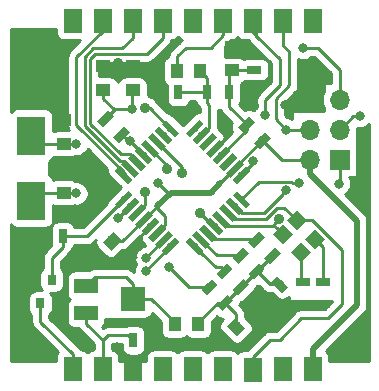
<source format=gbr>
G04 #@! TF.GenerationSoftware,KiCad,Pcbnew,5.0.2-bee76a0~70~ubuntu16.04.1*
G04 #@! TF.CreationDate,2019-03-15T16:31:10-06:00*
G04 #@! TF.ProjectId,AX25_TNC_modemmodule,41583235-5f54-44e4-935f-6d6f64656d6d,rev?*
G04 #@! TF.SameCoordinates,Original*
G04 #@! TF.FileFunction,Copper,L1,Top*
G04 #@! TF.FilePolarity,Positive*
%FSLAX46Y46*%
G04 Gerber Fmt 4.6, Leading zero omitted, Abs format (unit mm)*
G04 Created by KiCad (PCBNEW 5.0.2-bee76a0~70~ubuntu16.04.1) date Fri 15 Mar 2019 04:31:10 PM MDT*
%MOMM*%
%LPD*%
G01*
G04 APERTURE LIST*
G04 #@! TA.AperFunction,SMDPad,CuDef*
%ADD10R,1.700000X1.700000*%
G04 #@! TD*
G04 #@! TA.AperFunction,SMDPad,CuDef*
%ADD11O,1.700000X1.700000*%
G04 #@! TD*
G04 #@! TA.AperFunction,SMDPad,CuDef*
%ADD12R,2.400000X3.325000*%
G04 #@! TD*
G04 #@! TA.AperFunction,ComponentPad*
%ADD13R,1.524000X2.032000*%
G04 #@! TD*
G04 #@! TA.AperFunction,SMDPad,CuDef*
%ADD14R,0.800000X0.900000*%
G04 #@! TD*
G04 #@! TA.AperFunction,SMDPad,CuDef*
%ADD15R,2.000000X1.300000*%
G04 #@! TD*
G04 #@! TA.AperFunction,SMDPad,CuDef*
%ADD16R,2.000000X2.000000*%
G04 #@! TD*
G04 #@! TA.AperFunction,SMDPad,CuDef*
%ADD17R,0.700000X1.300000*%
G04 #@! TD*
G04 #@! TA.AperFunction,SMDPad,CuDef*
%ADD18R,1.250000X1.000000*%
G04 #@! TD*
G04 #@! TA.AperFunction,SMDPad,CuDef*
%ADD19C,1.000000*%
G04 #@! TD*
G04 #@! TA.AperFunction,Conductor*
%ADD20C,0.100000*%
G04 #@! TD*
G04 #@! TA.AperFunction,SMDPad,CuDef*
%ADD21R,1.000000X1.250000*%
G04 #@! TD*
G04 #@! TA.AperFunction,SMDPad,CuDef*
%ADD22C,1.200000*%
G04 #@! TD*
G04 #@! TA.AperFunction,SMDPad,CuDef*
%ADD23C,0.700000*%
G04 #@! TD*
G04 #@! TA.AperFunction,SMDPad,CuDef*
%ADD24R,1.300000X0.700000*%
G04 #@! TD*
G04 #@! TA.AperFunction,SMDPad,CuDef*
%ADD25C,0.550000*%
G04 #@! TD*
G04 #@! TA.AperFunction,ViaPad*
%ADD26C,1.270000*%
G04 #@! TD*
G04 #@! TA.AperFunction,ViaPad*
%ADD27C,0.889000*%
G04 #@! TD*
G04 #@! TA.AperFunction,ViaPad*
%ADD28C,0.800000*%
G04 #@! TD*
G04 #@! TA.AperFunction,Conductor*
%ADD29C,0.254000*%
G04 #@! TD*
G04 #@! TA.AperFunction,Conductor*
%ADD30C,0.508000*%
G04 #@! TD*
G04 #@! TA.AperFunction,Conductor*
%ADD31C,0.250000*%
G04 #@! TD*
G04 APERTURE END LIST*
D10*
G04 #@! TO.P,ISP,1*
G04 #@! TO.N,/miso*
X164020500Y-107315000D03*
D11*
G04 #@! TO.P,ISP,2*
G04 #@! TO.N,+5V*
X161480500Y-107315000D03*
G04 #@! TO.P,ISP,3*
G04 #@! TO.N,/sck*
X164020500Y-104775000D03*
G04 #@! TO.P,ISP,4*
G04 #@! TO.N,/mosi*
X161480500Y-104775000D03*
G04 #@! TO.P,ISP,5*
G04 #@! TO.N,/reset*
X164020500Y-102235000D03*
G04 #@! TO.P,ISP,6*
G04 #@! TO.N,GND*
X161480500Y-102235000D03*
G04 #@! TD*
D12*
G04 #@! TO.P,Y1,2*
G04 #@! TO.N,Net-(C5-Pad2)*
X137922000Y-110794000D03*
G04 #@! TO.P,Y1,1*
G04 #@! TO.N,Net-(C4-Pad2)*
X137922000Y-105269000D03*
G04 #@! TD*
D13*
G04 #@! TO.P,J14,1*
G04 #@! TO.N,/gen2*
X143954500Y-95567500D03*
G04 #@! TD*
D14*
G04 #@! TO.P,Q1,1*
G04 #@! TO.N,Net-(Q1-Pad1)*
X139636500Y-117475000D03*
G04 #@! TO.P,Q1,2*
G04 #@! TO.N,GND*
X137736500Y-117475000D03*
G04 #@! TO.P,Q1,3*
G04 #@! TO.N,/ptt*
X138686500Y-119475000D03*
G04 #@! TD*
D13*
G04 #@! TO.P,,1*
G04 #@! TO.N,N/C*
X141414500Y-95567500D03*
G04 #@! TD*
G04 #@! TO.P,gnd,3*
G04 #@! TO.N,GND*
X146494500Y-125031500D03*
G04 #@! TD*
G04 #@! TO.P,ptt,1*
G04 #@! TO.N,/ptt*
X141414500Y-125031500D03*
G04 #@! TD*
G04 #@! TO.P,out,2*
G04 #@! TO.N,/audio_out*
X143954500Y-125031500D03*
G04 #@! TD*
G04 #@! TO.P,txl,8*
G04 #@! TO.N,/txled*
X159194500Y-125031500D03*
G04 #@! TD*
G04 #@! TO.P,g1,6*
G04 #@! TO.N,/gen1*
X154114500Y-125031500D03*
G04 #@! TD*
G04 #@! TO.P,5v,9*
G04 #@! TO.N,+5V*
X161734500Y-125031500D03*
G04 #@! TD*
G04 #@! TO.P,sda,5*
G04 #@! TO.N,/sda*
X151574500Y-125031500D03*
G04 #@! TD*
G04 #@! TO.P,scl,4*
G04 #@! TO.N,/scl*
X149034500Y-125031500D03*
G04 #@! TD*
G04 #@! TO.P,rxl,7*
G04 #@! TO.N,/rxled*
X156654500Y-125095000D03*
G04 #@! TD*
D15*
G04 #@! TO.P,RV1,1*
G04 #@! TO.N,/audio_out*
X142557500Y-120283000D03*
D16*
G04 #@! TO.P,RV1,2*
G04 #@! TO.N,Net-(C7-Pad1)*
X146557500Y-119133000D03*
D15*
G04 #@! TO.P,RV1,3*
X142557500Y-117983000D03*
G04 #@! TD*
D17*
G04 #@! TO.P,R12,1*
G04 #@! TO.N,/audio_out*
X146558000Y-122618500D03*
G04 #@! TO.P,R12,2*
G04 #@! TO.N,GND*
X148458000Y-122618500D03*
G04 #@! TD*
G04 #@! TO.P,R10,2*
G04 #@! TO.N,Net-(Q1-Pad1)*
X140583999Y-113792000D03*
G04 #@! TO.P,R10,1*
G04 #@! TO.N,GND*
X138683999Y-113792000D03*
G04 #@! TD*
D13*
G04 #@! TO.P,tx,1*
G04 #@! TO.N,/tnc_rx*
X149034500Y-95567500D03*
G04 #@! TD*
G04 #@! TO.P,g2,1*
G04 #@! TO.N,/tnc_tx*
X146494500Y-95567500D03*
G04 #@! TD*
G04 #@! TO.P,ain,1*
G04 #@! TO.N,/audio_in*
X154114500Y-95567500D03*
G04 #@! TD*
D18*
G04 #@! TO.P,C1,2*
G04 #@! TO.N,/audio_bias*
X154876500Y-99758500D03*
G04 #@! TO.P,C1,1*
G04 #@! TO.N,GND*
X154876500Y-97758500D03*
G04 #@! TD*
D19*
G04 #@! TO.P,C2,1*
G04 #@! TO.N,GND*
X146177000Y-115633500D03*
D20*
G04 #@! TD*
G04 #@! TO.N,GND*
G04 #@! TO.C,C2*
G36*
X146972495Y-115545112D02*
X146088612Y-116428995D01*
X145381505Y-115721888D01*
X146265388Y-114838005D01*
X146972495Y-115545112D01*
X146972495Y-115545112D01*
G37*
D19*
G04 #@! TO.P,C2,2*
G04 #@! TO.N,+5V*
X144762786Y-114219286D03*
D20*
G04 #@! TD*
G04 #@! TO.N,+5V*
G04 #@! TO.C,C2*
G36*
X145558281Y-114130898D02*
X144674398Y-115014781D01*
X143967291Y-114307674D01*
X144851174Y-113423791D01*
X145558281Y-114130898D01*
X145558281Y-114130898D01*
G37*
D21*
G04 #@! TO.P,C3,1*
G04 #@! TO.N,/audio_in*
X150209500Y-99822000D03*
G04 #@! TO.P,C3,2*
G04 #@! TO.N,Net-(C3-Pad2)*
X152209500Y-99822000D03*
G04 #@! TD*
D18*
G04 #@! TO.P,C4,2*
G04 #@! TO.N,Net-(C4-Pad2)*
X140652499Y-105981500D03*
G04 #@! TO.P,C4,1*
G04 #@! TO.N,GND*
X140652499Y-103981500D03*
G04 #@! TD*
G04 #@! TO.P,C5,1*
G04 #@! TO.N,GND*
X140652500Y-112109000D03*
G04 #@! TO.P,C5,2*
G04 #@! TO.N,Net-(C5-Pad2)*
X140652500Y-110109000D03*
G04 #@! TD*
D19*
G04 #@! TO.P,C6,2*
G04 #@! TO.N,GND*
X156654500Y-120078500D03*
D20*
G04 #@! TD*
G04 #@! TO.N,GND*
G04 #@! TO.C,C6*
G36*
X156742888Y-120873995D02*
X155859005Y-119990112D01*
X156566112Y-119283005D01*
X157449995Y-120166888D01*
X156742888Y-120873995D01*
X156742888Y-120873995D01*
G37*
D19*
G04 #@! TO.P,C6,1*
G04 #@! TO.N,Net-(C6-Pad1)*
X155240286Y-121492714D03*
D20*
G04 #@! TD*
G04 #@! TO.N,Net-(C6-Pad1)*
G04 #@! TO.C,C6*
G36*
X155328674Y-122288209D02*
X154444791Y-121404326D01*
X155151898Y-120697219D01*
X156035781Y-121581102D01*
X155328674Y-122288209D01*
X155328674Y-122288209D01*
G37*
D21*
G04 #@! TO.P,C7,1*
G04 #@! TO.N,Net-(C7-Pad1)*
X150050500Y-121221500D03*
G04 #@! TO.P,C7,2*
G04 #@! TO.N,Net-(C6-Pad1)*
X152050500Y-121221500D03*
G04 #@! TD*
D18*
G04 #@! TO.P,C8,2*
G04 #@! TO.N,GND*
X144018000Y-99409500D03*
G04 #@! TO.P,C8,1*
G04 #@! TO.N,+5V*
X144018000Y-101409500D03*
G04 #@! TD*
G04 #@! TO.P,C9,1*
G04 #@! TO.N,+5V*
X146494500Y-101409500D03*
G04 #@! TO.P,C9,2*
G04 #@! TO.N,GND*
X146494500Y-99409500D03*
G04 #@! TD*
D22*
G04 #@! TO.P,D2,2*
G04 #@! TO.N,/txled*
X159194500Y-113601500D03*
D20*
G04 #@! TD*
G04 #@! TO.N,/txled*
G04 #@! TO.C,D2*
G36*
X158345972Y-113601500D02*
X159194500Y-112752972D01*
X160043028Y-113601500D01*
X159194500Y-114450028D01*
X158345972Y-113601500D01*
X158345972Y-113601500D01*
G37*
D22*
G04 #@! TO.P,D2,1*
G04 #@! TO.N,Net-(D2-Pad1)*
X160750134Y-115157134D03*
D20*
G04 #@! TD*
G04 #@! TO.N,Net-(D2-Pad1)*
G04 #@! TO.C,D2*
G36*
X159901606Y-115157134D02*
X160750134Y-114308606D01*
X161598662Y-115157134D01*
X160750134Y-116005662D01*
X159901606Y-115157134D01*
X159901606Y-115157134D01*
G37*
D22*
G04 #@! TO.P,D3,1*
G04 #@! TO.N,Net-(D3-Pad1)*
X161956634Y-114014134D03*
D20*
G04 #@! TD*
G04 #@! TO.N,Net-(D3-Pad1)*
G04 #@! TO.C,D3*
G36*
X161108106Y-114014134D02*
X161956634Y-113165606D01*
X162805162Y-114014134D01*
X161956634Y-114862662D01*
X161108106Y-114014134D01*
X161108106Y-114014134D01*
G37*
D22*
G04 #@! TO.P,D3,2*
G04 #@! TO.N,/rxled*
X160401000Y-112458500D03*
D20*
G04 #@! TD*
G04 #@! TO.N,/rxled*
G04 #@! TO.C,D3*
G36*
X159552472Y-112458500D02*
X160401000Y-111609972D01*
X161249528Y-112458500D01*
X160401000Y-113307028D01*
X159552472Y-112458500D01*
X159552472Y-112458500D01*
G37*
D23*
G04 #@! TO.P,R1,2*
G04 #@! TO.N,/audio_bias*
X156136498Y-104320498D03*
D20*
G04 #@! TD*
G04 #@! TO.N,/audio_bias*
G04 #@! TO.C,R1*
G36*
X156843605Y-104108366D02*
X155924366Y-105027605D01*
X155429391Y-104532630D01*
X156348630Y-103613391D01*
X156843605Y-104108366D01*
X156843605Y-104108366D01*
G37*
D23*
G04 #@! TO.P,R1,1*
G04 #@! TO.N,+5V*
X157480000Y-105664000D03*
D20*
G04 #@! TD*
G04 #@! TO.N,+5V*
G04 #@! TO.C,R1*
G36*
X158187107Y-105451868D02*
X157267868Y-106371107D01*
X156772893Y-105876132D01*
X157692132Y-104956893D01*
X158187107Y-105451868D01*
X158187107Y-105451868D01*
G37*
D17*
G04 #@! TO.P,R2,2*
G04 #@! TO.N,Net-(C3-Pad2)*
X152781000Y-101600000D03*
G04 #@! TO.P,R2,1*
G04 #@! TO.N,/audio_bias*
X154681000Y-101600000D03*
G04 #@! TD*
G04 #@! TO.P,R3,1*
G04 #@! TO.N,Net-(C3-Pad2)*
X150368000Y-101600000D03*
G04 #@! TO.P,R3,2*
G04 #@! TO.N,GND*
X148468000Y-101600000D03*
G04 #@! TD*
D24*
G04 #@! TO.P,R4,1*
G04 #@! TO.N,GND*
X160909000Y-119568000D03*
G04 #@! TO.P,R4,2*
G04 #@! TO.N,Net-(D2-Pad1)*
X160909000Y-117668000D03*
G04 #@! TD*
D23*
G04 #@! TO.P,R5,1*
G04 #@! TO.N,Net-(C6-Pad1)*
X154305977Y-119442608D03*
D20*
G04 #@! TD*
G04 #@! TO.N,Net-(C6-Pad1)*
G04 #@! TO.C,R5*
G36*
X155013084Y-119230476D02*
X154093845Y-120149715D01*
X153598870Y-119654740D01*
X154518109Y-118735501D01*
X155013084Y-119230476D01*
X155013084Y-119230476D01*
G37*
D23*
G04 #@! TO.P,R5,2*
G04 #@! TO.N,Net-(R5-Pad2)*
X152962475Y-118099106D03*
D20*
G04 #@! TD*
G04 #@! TO.N,Net-(R5-Pad2)*
G04 #@! TO.C,R5*
G36*
X153669582Y-117886974D02*
X152750343Y-118806213D01*
X152255368Y-118311238D01*
X153174607Y-117391999D01*
X153669582Y-117886974D01*
X153669582Y-117886974D01*
G37*
D23*
G04 #@! TO.P,R6,2*
G04 #@! TO.N,Net-(R6-Pad2)*
X154309513Y-116752067D03*
D20*
G04 #@! TD*
G04 #@! TO.N,Net-(R6-Pad2)*
G04 #@! TO.C,R6*
G36*
X155016620Y-116539935D02*
X154097381Y-117459174D01*
X153602406Y-116964199D01*
X154521645Y-116044960D01*
X155016620Y-116539935D01*
X155016620Y-116539935D01*
G37*
D23*
G04 #@! TO.P,R6,1*
G04 #@! TO.N,Net-(C6-Pad1)*
X155653015Y-118095569D03*
D20*
G04 #@! TD*
G04 #@! TO.N,Net-(C6-Pad1)*
G04 #@! TO.C,R6*
G36*
X156360122Y-117883437D02*
X155440883Y-118802676D01*
X154945908Y-118307701D01*
X155865147Y-117388462D01*
X156360122Y-117883437D01*
X156360122Y-117883437D01*
G37*
D23*
G04 #@! TO.P,R7,1*
G04 #@! TO.N,Net-(C6-Pad1)*
X157000054Y-116748531D03*
D20*
G04 #@! TD*
G04 #@! TO.N,Net-(C6-Pad1)*
G04 #@! TO.C,R7*
G36*
X157707161Y-116536399D02*
X156787922Y-117455638D01*
X156292947Y-116960663D01*
X157212186Y-116041424D01*
X157707161Y-116536399D01*
X157707161Y-116536399D01*
G37*
D23*
G04 #@! TO.P,R7,2*
G04 #@! TO.N,Net-(R7-Pad2)*
X155656552Y-115405029D03*
D20*
G04 #@! TD*
G04 #@! TO.N,Net-(R7-Pad2)*
G04 #@! TO.C,R7*
G36*
X156363659Y-115192897D02*
X155444420Y-116112136D01*
X154949445Y-115617161D01*
X155868684Y-114697922D01*
X156363659Y-115192897D01*
X156363659Y-115192897D01*
G37*
D23*
G04 #@! TO.P,R8,1*
G04 #@! TO.N,Net-(C6-Pad1)*
X158347092Y-115401492D03*
D20*
G04 #@! TD*
G04 #@! TO.N,Net-(C6-Pad1)*
G04 #@! TO.C,R8*
G36*
X159054199Y-115189360D02*
X158134960Y-116108599D01*
X157639985Y-115613624D01*
X158559224Y-114694385D01*
X159054199Y-115189360D01*
X159054199Y-115189360D01*
G37*
D23*
G04 #@! TO.P,R8,2*
G04 #@! TO.N,Net-(R8-Pad2)*
X157003590Y-114057990D03*
D20*
G04 #@! TD*
G04 #@! TO.N,Net-(R8-Pad2)*
G04 #@! TO.C,R8*
G36*
X157710697Y-113845858D02*
X156791458Y-114765097D01*
X156296483Y-114270122D01*
X157215722Y-113350883D01*
X157710697Y-113845858D01*
X157710697Y-113845858D01*
G37*
D24*
G04 #@! TO.P,R9,2*
G04 #@! TO.N,Net-(D3-Pad1)*
X162623500Y-117665500D03*
G04 #@! TO.P,R9,1*
G04 #@! TO.N,GND*
X162623500Y-119565500D03*
G04 #@! TD*
D23*
G04 #@! TO.P,R11,2*
G04 #@! TO.N,Net-(C6-Pad1)*
X158940500Y-117856000D03*
D20*
G04 #@! TD*
G04 #@! TO.N,Net-(C6-Pad1)*
G04 #@! TO.C,R11*
G36*
X159152632Y-118563107D02*
X158233393Y-117643868D01*
X158728368Y-117148893D01*
X159647607Y-118068132D01*
X159152632Y-118563107D01*
X159152632Y-118563107D01*
G37*
D23*
G04 #@! TO.P,R11,1*
G04 #@! TO.N,GND*
X157596998Y-119199502D03*
D20*
G04 #@! TD*
G04 #@! TO.N,GND*
G04 #@! TO.C,R11*
G36*
X157809130Y-119906609D02*
X156889891Y-118987370D01*
X157384866Y-118492395D01*
X158304105Y-119411634D01*
X157809130Y-119906609D01*
X157809130Y-119906609D01*
G37*
D23*
G04 #@! TO.P,R13,1*
G04 #@! TO.N,+5V*
X144208500Y-103822500D03*
D20*
G04 #@! TD*
G04 #@! TO.N,+5V*
G04 #@! TO.C,R13*
G36*
X143501393Y-104034632D02*
X144420632Y-103115393D01*
X144915607Y-103610368D01*
X143996368Y-104529607D01*
X143501393Y-104034632D01*
X143501393Y-104034632D01*
G37*
D23*
G04 #@! TO.P,R13,2*
G04 #@! TO.N,/reset*
X145552002Y-105166002D03*
D20*
G04 #@! TD*
G04 #@! TO.N,/reset*
G04 #@! TO.C,R13*
G36*
X144844895Y-105378134D02*
X145764134Y-104458895D01*
X146259109Y-104953870D01*
X145339870Y-105873109D01*
X144844895Y-105378134D01*
X144844895Y-105378134D01*
G37*
D25*
G04 #@! TO.P,U1,1*
G04 #@! TO.N,Net-(Q1-Pad1)*
X145738314Y-110686315D03*
D20*
G04 #@! TD*
G04 #@! TO.N,Net-(Q1-Pad1)*
G04 #@! TO.C,U1*
G36*
X145367083Y-111446455D02*
X144978174Y-111057546D01*
X146109545Y-109926175D01*
X146498454Y-110315084D01*
X145367083Y-111446455D01*
X145367083Y-111446455D01*
G37*
D25*
G04 #@! TO.P,U1,2*
G04 #@! TO.N,Net-(R5-Pad2)*
X146304000Y-111252000D03*
D20*
G04 #@! TD*
G04 #@! TO.N,Net-(R5-Pad2)*
G04 #@! TO.C,U1*
G36*
X145932769Y-112012140D02*
X145543860Y-111623231D01*
X146675231Y-110491860D01*
X147064140Y-110880769D01*
X145932769Y-112012140D01*
X145932769Y-112012140D01*
G37*
D25*
G04 #@! TO.P,U1,3*
G04 #@! TO.N,GND*
X146869685Y-111817686D03*
D20*
G04 #@! TD*
G04 #@! TO.N,GND*
G04 #@! TO.C,U1*
G36*
X146498454Y-112577826D02*
X146109545Y-112188917D01*
X147240916Y-111057546D01*
X147629825Y-111446455D01*
X146498454Y-112577826D01*
X146498454Y-112577826D01*
G37*
D25*
G04 #@! TO.P,U1,4*
G04 #@! TO.N,+5V*
X147435370Y-112383371D03*
D20*
G04 #@! TD*
G04 #@! TO.N,+5V*
G04 #@! TO.C,U1*
G36*
X147064139Y-113143511D02*
X146675230Y-112754602D01*
X147806601Y-111623231D01*
X148195510Y-112012140D01*
X147064139Y-113143511D01*
X147064139Y-113143511D01*
G37*
D25*
G04 #@! TO.P,U1,5*
G04 #@! TO.N,GND*
X148001056Y-112949057D03*
D20*
G04 #@! TD*
G04 #@! TO.N,GND*
G04 #@! TO.C,U1*
G36*
X147629825Y-113709197D02*
X147240916Y-113320288D01*
X148372287Y-112188917D01*
X148761196Y-112577826D01*
X147629825Y-113709197D01*
X147629825Y-113709197D01*
G37*
D25*
G04 #@! TO.P,U1,6*
G04 #@! TO.N,+5V*
X148566741Y-113514742D03*
D20*
G04 #@! TD*
G04 #@! TO.N,+5V*
G04 #@! TO.C,U1*
G36*
X148195510Y-114274882D02*
X147806601Y-113885973D01*
X148937972Y-112754602D01*
X149326881Y-113143511D01*
X148195510Y-114274882D01*
X148195510Y-114274882D01*
G37*
D25*
G04 #@! TO.P,U1,7*
G04 #@! TO.N,Net-(C4-Pad2)*
X149132427Y-114080427D03*
D20*
G04 #@! TD*
G04 #@! TO.N,Net-(C4-Pad2)*
G04 #@! TO.C,U1*
G36*
X148761196Y-114840567D02*
X148372287Y-114451658D01*
X149503658Y-113320287D01*
X149892567Y-113709196D01*
X148761196Y-114840567D01*
X148761196Y-114840567D01*
G37*
D25*
G04 #@! TO.P,U1,8*
G04 #@! TO.N,Net-(C5-Pad2)*
X149698112Y-114646113D03*
D20*
G04 #@! TD*
G04 #@! TO.N,Net-(C5-Pad2)*
G04 #@! TO.C,U1*
G36*
X149326881Y-115406253D02*
X148937972Y-115017344D01*
X150069343Y-113885973D01*
X150458252Y-114274882D01*
X149326881Y-115406253D01*
X149326881Y-115406253D01*
G37*
D25*
G04 #@! TO.P,U1,9*
G04 #@! TO.N,Net-(R6-Pad2)*
X151748722Y-114646113D03*
D20*
G04 #@! TD*
G04 #@! TO.N,Net-(R6-Pad2)*
G04 #@! TO.C,U1*
G36*
X152508862Y-115017344D02*
X152119953Y-115406253D01*
X150988582Y-114274882D01*
X151377491Y-113885973D01*
X152508862Y-115017344D01*
X152508862Y-115017344D01*
G37*
D25*
G04 #@! TO.P,U1,10*
G04 #@! TO.N,Net-(R7-Pad2)*
X152314407Y-114080427D03*
D20*
G04 #@! TD*
G04 #@! TO.N,Net-(R7-Pad2)*
G04 #@! TO.C,U1*
G36*
X153074547Y-114451658D02*
X152685638Y-114840567D01*
X151554267Y-113709196D01*
X151943176Y-113320287D01*
X153074547Y-114451658D01*
X153074547Y-114451658D01*
G37*
D25*
G04 #@! TO.P,U1,11*
G04 #@! TO.N,Net-(R8-Pad2)*
X152880093Y-113514742D03*
D20*
G04 #@! TD*
G04 #@! TO.N,Net-(R8-Pad2)*
G04 #@! TO.C,U1*
G36*
X153640233Y-113885973D02*
X153251324Y-114274882D01*
X152119953Y-113143511D01*
X152508862Y-112754602D01*
X153640233Y-113885973D01*
X153640233Y-113885973D01*
G37*
D25*
G04 #@! TO.P,U1,12*
G04 #@! TO.N,/gen1*
X153445778Y-112949057D03*
D20*
G04 #@! TD*
G04 #@! TO.N,/gen1*
G04 #@! TO.C,U1*
G36*
X154205918Y-113320288D02*
X153817009Y-113709197D01*
X152685638Y-112577826D01*
X153074547Y-112188917D01*
X154205918Y-113320288D01*
X154205918Y-113320288D01*
G37*
D25*
G04 #@! TO.P,U1,13*
G04 #@! TO.N,/txled*
X154011464Y-112383371D03*
D20*
G04 #@! TD*
G04 #@! TO.N,/txled*
G04 #@! TO.C,U1*
G36*
X154771604Y-112754602D02*
X154382695Y-113143511D01*
X153251324Y-112012140D01*
X153640233Y-111623231D01*
X154771604Y-112754602D01*
X154771604Y-112754602D01*
G37*
D25*
G04 #@! TO.P,U1,14*
G04 #@! TO.N,/rxled*
X154577149Y-111817686D03*
D20*
G04 #@! TD*
G04 #@! TO.N,/rxled*
G04 #@! TO.C,U1*
G36*
X155337289Y-112188917D02*
X154948380Y-112577826D01*
X153817009Y-111446455D01*
X154205918Y-111057546D01*
X155337289Y-112188917D01*
X155337289Y-112188917D01*
G37*
D25*
G04 #@! TO.P,U1,15*
G04 #@! TO.N,/mosi*
X155142834Y-111252000D03*
D20*
G04 #@! TD*
G04 #@! TO.N,/mosi*
G04 #@! TO.C,U1*
G36*
X155902974Y-111623231D02*
X155514065Y-112012140D01*
X154382694Y-110880769D01*
X154771603Y-110491860D01*
X155902974Y-111623231D01*
X155902974Y-111623231D01*
G37*
D25*
G04 #@! TO.P,U1,16*
G04 #@! TO.N,/miso*
X155708520Y-110686315D03*
D20*
G04 #@! TD*
G04 #@! TO.N,/miso*
G04 #@! TO.C,U1*
G36*
X156468660Y-111057546D02*
X156079751Y-111446455D01*
X154948380Y-110315084D01*
X155337289Y-109926175D01*
X156468660Y-111057546D01*
X156468660Y-111057546D01*
G37*
D25*
G04 #@! TO.P,U1,17*
G04 #@! TO.N,/sck*
X155708520Y-108635705D03*
D20*
G04 #@! TD*
G04 #@! TO.N,/sck*
G04 #@! TO.C,U1*
G36*
X155337289Y-109395845D02*
X154948380Y-109006936D01*
X156079751Y-107875565D01*
X156468660Y-108264474D01*
X155337289Y-109395845D01*
X155337289Y-109395845D01*
G37*
D25*
G04 #@! TO.P,U1,18*
G04 #@! TO.N,+5V*
X155142834Y-108070020D03*
D20*
G04 #@! TD*
G04 #@! TO.N,+5V*
G04 #@! TO.C,U1*
G36*
X154771603Y-108830160D02*
X154382694Y-108441251D01*
X155514065Y-107309880D01*
X155902974Y-107698789D01*
X154771603Y-108830160D01*
X154771603Y-108830160D01*
G37*
D25*
G04 #@! TO.P,U1,19*
G04 #@! TO.N,Net-(U1-Pad19)*
X154577149Y-107504334D03*
D20*
G04 #@! TD*
G04 #@! TO.N,Net-(U1-Pad19)*
G04 #@! TO.C,U1*
G36*
X154205918Y-108264474D02*
X153817009Y-107875565D01*
X154948380Y-106744194D01*
X155337289Y-107133103D01*
X154205918Y-108264474D01*
X154205918Y-108264474D01*
G37*
D25*
G04 #@! TO.P,U1,20*
G04 #@! TO.N,/audio_bias*
X154011464Y-106938649D03*
D20*
G04 #@! TD*
G04 #@! TO.N,/audio_bias*
G04 #@! TO.C,U1*
G36*
X153640233Y-107698789D02*
X153251324Y-107309880D01*
X154382695Y-106178509D01*
X154771604Y-106567418D01*
X153640233Y-107698789D01*
X153640233Y-107698789D01*
G37*
D25*
G04 #@! TO.P,U1,21*
G04 #@! TO.N,GND*
X153445778Y-106372963D03*
D20*
G04 #@! TD*
G04 #@! TO.N,GND*
G04 #@! TO.C,U1*
G36*
X153074547Y-107133103D02*
X152685638Y-106744194D01*
X153817009Y-105612823D01*
X154205918Y-106001732D01*
X153074547Y-107133103D01*
X153074547Y-107133103D01*
G37*
D25*
G04 #@! TO.P,U1,22*
G04 #@! TO.N,Net-(U1-Pad22)*
X152880093Y-105807278D03*
D20*
G04 #@! TD*
G04 #@! TO.N,Net-(U1-Pad22)*
G04 #@! TO.C,U1*
G36*
X152508862Y-106567418D02*
X152119953Y-106178509D01*
X153251324Y-105047138D01*
X153640233Y-105436047D01*
X152508862Y-106567418D01*
X152508862Y-106567418D01*
G37*
D25*
G04 #@! TO.P,U1,23*
G04 #@! TO.N,Net-(C3-Pad2)*
X152314407Y-105241593D03*
D20*
G04 #@! TD*
G04 #@! TO.N,Net-(C3-Pad2)*
G04 #@! TO.C,U1*
G36*
X151943176Y-106001733D02*
X151554267Y-105612824D01*
X152685638Y-104481453D01*
X153074547Y-104870362D01*
X151943176Y-106001733D01*
X151943176Y-106001733D01*
G37*
D25*
G04 #@! TO.P,U1,24*
G04 #@! TO.N,Net-(U1-Pad24)*
X151748722Y-104675907D03*
D20*
G04 #@! TD*
G04 #@! TO.N,Net-(U1-Pad24)*
G04 #@! TO.C,U1*
G36*
X151377491Y-105436047D02*
X150988582Y-105047138D01*
X152119953Y-103915767D01*
X152508862Y-104304676D01*
X151377491Y-105436047D01*
X151377491Y-105436047D01*
G37*
D25*
G04 #@! TO.P,U1,25*
G04 #@! TO.N,/gen3*
X149698112Y-104675907D03*
D20*
G04 #@! TD*
G04 #@! TO.N,/gen3*
G04 #@! TO.C,U1*
G36*
X150458252Y-105047138D02*
X150069343Y-105436047D01*
X148937972Y-104304676D01*
X149326881Y-103915767D01*
X150458252Y-105047138D01*
X150458252Y-105047138D01*
G37*
D25*
G04 #@! TO.P,U1,26*
G04 #@! TO.N,Net-(U1-Pad26)*
X149132427Y-105241593D03*
D20*
G04 #@! TD*
G04 #@! TO.N,Net-(U1-Pad26)*
G04 #@! TO.C,U1*
G36*
X149892567Y-105612824D02*
X149503658Y-106001733D01*
X148372287Y-104870362D01*
X148761196Y-104481453D01*
X149892567Y-105612824D01*
X149892567Y-105612824D01*
G37*
D25*
G04 #@! TO.P,U1,27*
G04 #@! TO.N,/sda*
X148566741Y-105807278D03*
D20*
G04 #@! TD*
G04 #@! TO.N,/sda*
G04 #@! TO.C,U1*
G36*
X149326881Y-106178509D02*
X148937972Y-106567418D01*
X147806601Y-105436047D01*
X148195510Y-105047138D01*
X149326881Y-106178509D01*
X149326881Y-106178509D01*
G37*
D25*
G04 #@! TO.P,U1,28*
G04 #@! TO.N,/scl*
X148001056Y-106372963D03*
D20*
G04 #@! TD*
G04 #@! TO.N,/scl*
G04 #@! TO.C,U1*
G36*
X148761196Y-106744194D02*
X148372287Y-107133103D01*
X147240916Y-106001732D01*
X147629825Y-105612823D01*
X148761196Y-106744194D01*
X148761196Y-106744194D01*
G37*
D25*
G04 #@! TO.P,U1,29*
G04 #@! TO.N,/reset*
X147435370Y-106938649D03*
D20*
G04 #@! TD*
G04 #@! TO.N,/reset*
G04 #@! TO.C,U1*
G36*
X148195510Y-107309880D02*
X147806601Y-107698789D01*
X146675230Y-106567418D01*
X147064139Y-106178509D01*
X148195510Y-107309880D01*
X148195510Y-107309880D01*
G37*
D25*
G04 #@! TO.P,U1,30*
G04 #@! TO.N,/tnc_rx*
X146869685Y-107504334D03*
D20*
G04 #@! TD*
G04 #@! TO.N,/tnc_rx*
G04 #@! TO.C,U1*
G36*
X147629825Y-107875565D02*
X147240916Y-108264474D01*
X146109545Y-107133103D01*
X146498454Y-106744194D01*
X147629825Y-107875565D01*
X147629825Y-107875565D01*
G37*
D25*
G04 #@! TO.P,U1,31*
G04 #@! TO.N,/tnc_tx*
X146304000Y-108070020D03*
D20*
G04 #@! TD*
G04 #@! TO.N,/tnc_tx*
G04 #@! TO.C,U1*
G36*
X147064140Y-108441251D02*
X146675231Y-108830160D01*
X145543860Y-107698789D01*
X145932769Y-107309880D01*
X147064140Y-108441251D01*
X147064140Y-108441251D01*
G37*
D25*
G04 #@! TO.P,U1,32*
G04 #@! TO.N,/gen2*
X145738314Y-108635705D03*
D20*
G04 #@! TD*
G04 #@! TO.N,/gen2*
G04 #@! TO.C,U1*
G36*
X146498454Y-109006936D02*
X146109545Y-109395845D01*
X144978174Y-108264474D01*
X145367083Y-107875565D01*
X146498454Y-109006936D01*
X146498454Y-109006936D01*
G37*
D13*
G04 #@! TO.P,osi,11*
G04 #@! TO.N,/mosi*
X159194500Y-95567500D03*
G04 #@! TD*
G04 #@! TO.P,sck,1*
G04 #@! TO.N,/sck*
X156654500Y-95567500D03*
G04 #@! TD*
D24*
G04 #@! TO.P,R14,1*
G04 #@! TO.N,/audio_bias*
X156781500Y-99697500D03*
G04 #@! TO.P,R14,2*
G04 #@! TO.N,GND*
X156781500Y-101597500D03*
G04 #@! TD*
D13*
G04 #@! TO.P,iso,10*
G04 #@! TO.N,/miso*
X161734500Y-95567500D03*
G04 #@! TD*
G04 #@! TO.P,rx,1*
G04 #@! TO.N,/gen3*
X151638000Y-95567500D03*
G04 #@! TD*
D26*
G04 #@! TO.N,*
X141427200Y-95554800D03*
G04 #@! TO.N,+5V*
X161734500Y-125031500D03*
D27*
G04 #@! TO.N,GND*
X154368500Y-104584500D03*
X137922000Y-102616000D03*
X142303500Y-115506500D03*
X145224500Y-99123500D03*
X152908000Y-122872500D03*
X164719000Y-122555000D03*
X138176000Y-115506500D03*
X147510500Y-110045500D03*
X144462500Y-109664500D03*
X148272500Y-120904000D03*
D26*
X146494500Y-125031500D03*
D27*
X157480000Y-121920000D03*
D28*
X145161000Y-123190000D03*
D27*
X156781500Y-102806500D03*
D28*
X159385000Y-102679500D03*
X161480500Y-99758500D03*
G04 #@! TO.N,+5V*
X148653500Y-109283500D03*
X146430998Y-103060500D03*
D26*
G04 #@! TO.N,/audio_in*
X154114500Y-95554800D03*
D28*
G04 #@! TO.N,Net-(C4-Pad2)*
X147660045Y-115656045D03*
X141731996Y-105981500D03*
G04 #@! TO.N,Net-(C5-Pad2)*
X147637500Y-116776500D03*
X141732000Y-110172500D03*
D26*
G04 #@! TO.N,/audio_out*
X143954500Y-125031500D03*
G04 #@! TO.N,/ptt*
X141414500Y-125031500D03*
D27*
G04 #@! TO.N,/sda*
X150685500Y-108458000D03*
D26*
X151574500Y-125031500D03*
D27*
G04 #@! TO.N,/scl*
X149415500Y-108077000D03*
D26*
X149034500Y-125031500D03*
D28*
G04 #@! TO.N,/mosi*
X159518074Y-109924574D03*
D26*
X159194500Y-95567500D03*
D28*
X159512000Y-104775000D03*
G04 #@! TO.N,/miso*
X160609927Y-109324234D03*
D26*
X161734500Y-95567500D03*
D28*
X163957000Y-109347000D03*
G04 #@! TO.N,/sck*
X156724067Y-107448067D03*
D26*
X156654500Y-95567500D03*
D28*
X165706490Y-103632000D03*
X157733996Y-103505000D03*
G04 #@! TO.N,/reset*
X146240500Y-105727500D03*
X160909000Y-97853498D03*
G04 #@! TO.N,Net-(R5-Pad2)*
X149542500Y-116395500D03*
X145294067Y-112261933D03*
D26*
G04 #@! TO.N,/gen2*
X143954500Y-95567500D03*
D27*
G04 #@! TO.N,/gen1*
X152209500Y-111823500D03*
D26*
X154114500Y-125031500D03*
G04 #@! TO.N,/tnc_rx*
X149034500Y-95567500D03*
G04 #@! TO.N,/tnc_tx*
X146494500Y-95567500D03*
D27*
G04 #@! TO.N,/txled*
X158909783Y-112310283D03*
D26*
X159194500Y-125031500D03*
G04 #@! TO.N,/rxled*
X156654500Y-125095000D03*
D27*
G04 #@! TO.N,/gen3*
X147574000Y-102933500D03*
D26*
X151638000Y-95567500D03*
G04 #@! TD*
D29*
G04 #@! TO.N,/audio_bias*
X156136498Y-104813615D02*
X156136498Y-104320498D01*
X154011464Y-106938649D02*
X156136498Y-104813615D01*
X154681000Y-102865000D02*
X154681000Y-101600000D01*
X156136498Y-104320498D02*
X154681000Y-102865000D01*
X154681000Y-99954000D02*
X154876500Y-99758500D01*
X154681000Y-101600000D02*
X154681000Y-99954000D01*
X156718000Y-99758500D02*
X154876500Y-99758500D01*
G04 #@! TO.N,GND*
X146177000Y-114773113D02*
X146177000Y-115633500D01*
X148001056Y-112949057D02*
X146177000Y-114773113D01*
X153445778Y-106372963D02*
X154368500Y-105450241D01*
X154368500Y-105450241D02*
X154368500Y-104584500D01*
X139352499Y-102806500D02*
X137922000Y-102806500D01*
X140652499Y-103981500D02*
X140527499Y-103981500D01*
X140527499Y-103981500D02*
X139352499Y-102806500D01*
X156718000Y-120078500D02*
X157596998Y-119199502D01*
X156654500Y-120078500D02*
X156718000Y-120078500D01*
X148458000Y-122618500D02*
X148458000Y-122918500D01*
X148458000Y-122750500D02*
X148458000Y-122618500D01*
X146494500Y-124714000D02*
X146494500Y-125031500D01*
X146494500Y-124968000D02*
X146494500Y-124714000D01*
X146869685Y-111817686D02*
X147510500Y-111176871D01*
X147510500Y-111176871D02*
X147510500Y-110045500D01*
X146494500Y-124777500D02*
X147723500Y-123548500D01*
X146494500Y-125031500D02*
X146494500Y-124777500D01*
X148458000Y-122918500D02*
X147828000Y-123548500D01*
X147723500Y-123548500D02*
X147828000Y-123548500D01*
X146494500Y-124882000D02*
X147320000Y-124056500D01*
X146494500Y-125031500D02*
X146494500Y-124882000D01*
X147828000Y-123548500D02*
X147320000Y-124056500D01*
X147320000Y-124056500D02*
X146683510Y-124692990D01*
X146494500Y-125031500D02*
X148458000Y-122750500D01*
G04 #@! TO.N,+5V*
X145599455Y-114219286D02*
X144762786Y-114219286D01*
X147435370Y-112383371D02*
X145599455Y-114219286D01*
X155142834Y-108001166D02*
X155142834Y-108070020D01*
X157480000Y-105664000D02*
X155142834Y-108001166D01*
X144018000Y-103632000D02*
X144208500Y-103822500D01*
X154506439Y-108706415D02*
X155142834Y-108070020D01*
D30*
X148566741Y-111252000D02*
X149709741Y-110109000D01*
D29*
X147435370Y-112383371D02*
X148566741Y-111252000D01*
D30*
X149709741Y-110109000D02*
X153103854Y-110109000D01*
X153103854Y-110109000D02*
X153924000Y-109288854D01*
D29*
X153924000Y-109288854D02*
X154506439Y-108706415D01*
X149709741Y-110109000D02*
X149479000Y-110109000D01*
X149479000Y-110109000D02*
X148653500Y-109283500D01*
X144208500Y-103822500D02*
X144970500Y-103060500D01*
X145865313Y-103060500D02*
X146430998Y-103060500D01*
X144970500Y-103060500D02*
X145865313Y-103060500D01*
X146430998Y-101473002D02*
X146494500Y-101409500D01*
X146430998Y-103060500D02*
X146430998Y-101473002D01*
X144018000Y-102163500D02*
X144018000Y-101409500D01*
X144915000Y-103060500D02*
X144018000Y-102163500D01*
X144970500Y-103060500D02*
X144915000Y-103060500D01*
X157734000Y-105918000D02*
X157480000Y-105664000D01*
X149203136Y-112878347D02*
X148566741Y-113514742D01*
X149203136Y-112055636D02*
X149203136Y-112878347D01*
X148566741Y-111252000D02*
X148566741Y-111419241D01*
X148566741Y-111419241D02*
X149203136Y-112055636D01*
X159131000Y-107315000D02*
X157480000Y-105664000D01*
X161480500Y-107315000D02*
X159131000Y-107315000D01*
D30*
X161480500Y-108521500D02*
X161480500Y-107315000D01*
X165481000Y-112522000D02*
X161480500Y-108521500D01*
X165481000Y-119634000D02*
X165481000Y-112522000D01*
X161734500Y-125031500D02*
X161734500Y-123380500D01*
X161734500Y-123380500D02*
X165481000Y-119634000D01*
D29*
G04 #@! TO.N,/audio_in*
X154114500Y-96796000D02*
X154114500Y-95554800D01*
X150209500Y-98943000D02*
X150283000Y-98869500D01*
X150283000Y-98869500D02*
X150283000Y-98573500D01*
X150283000Y-98573500D02*
X151034500Y-97822000D01*
X150209500Y-99822000D02*
X150209500Y-98943000D01*
X151034500Y-97822000D02*
X153088500Y-97822000D01*
X153088500Y-97822000D02*
X154114500Y-96796000D01*
X154114500Y-95554800D02*
X154114500Y-95504000D01*
G04 #@! TO.N,Net-(C3-Pad2)*
X150368000Y-101600000D02*
X152781000Y-101600000D01*
X152781000Y-100393500D02*
X152209500Y-99822000D01*
X152781000Y-101600000D02*
X152781000Y-100393500D01*
X152781000Y-102504000D02*
X152781000Y-101600000D01*
X152950802Y-104605198D02*
X152950802Y-102673802D01*
X152950802Y-102673802D02*
X152781000Y-102504000D01*
X152314407Y-105241593D02*
X152950802Y-104605198D01*
G04 #@! TO.N,Net-(C4-Pad2)*
X139376000Y-105981500D02*
X140652499Y-105981500D01*
X137922000Y-105981500D02*
X139376000Y-105981500D01*
X147660045Y-115552809D02*
X149132427Y-114080427D01*
X147660045Y-115656045D02*
X147660045Y-115552809D01*
X140652499Y-105981500D02*
X141731996Y-105981500D01*
G04 #@! TO.N,Net-(C5-Pad2)*
X149698112Y-114646113D02*
X147637500Y-116706725D01*
X147637500Y-116706725D02*
X147637500Y-116776500D01*
X137949500Y-110109000D02*
X137922000Y-110081500D01*
X140652500Y-110109000D02*
X137949500Y-110109000D01*
X141668500Y-110109000D02*
X141732000Y-110172500D01*
X140652500Y-110109000D02*
X141668500Y-110109000D01*
G04 #@! TO.N,Net-(C6-Pad1)*
X157000054Y-116748530D02*
X158347092Y-115401492D01*
X157000054Y-116748531D02*
X157000054Y-116748530D01*
X157000053Y-116748531D02*
X155653015Y-118095569D01*
X157000054Y-116748531D02*
X157000053Y-116748531D01*
X155653015Y-118095570D02*
X154305977Y-119442608D01*
X155653015Y-118095569D02*
X155653015Y-118095570D01*
X153711002Y-119442608D02*
X154305977Y-119442608D01*
X153704392Y-119442608D02*
X153711002Y-119442608D01*
X152050500Y-121096500D02*
X153704392Y-119442608D01*
X152050500Y-121221500D02*
X152050500Y-121096500D01*
X157345035Y-116748531D02*
X157000054Y-116748531D01*
X155240286Y-120376917D02*
X154305977Y-119442608D01*
X155240286Y-121492714D02*
X155240286Y-120376917D01*
X158107523Y-117856000D02*
X157000054Y-116748531D01*
X158940500Y-117856000D02*
X158107523Y-117856000D01*
G04 #@! TO.N,Net-(C7-Pad1)*
X150050500Y-121096500D02*
X150050500Y-121221500D01*
X148087000Y-119133000D02*
X150050500Y-121096500D01*
X146557500Y-119133000D02*
X148087000Y-119133000D01*
X146557500Y-117879000D02*
X146557500Y-119133000D01*
X145953490Y-117274990D02*
X146557500Y-117879000D01*
X143265510Y-117274990D02*
X145953490Y-117274990D01*
X142557500Y-117983000D02*
X143265510Y-117274990D01*
G04 #@! TO.N,Net-(D2-Pad1)*
X160750134Y-117509134D02*
X160909000Y-117668000D01*
X160750134Y-115157134D02*
X160750134Y-117509134D01*
G04 #@! TO.N,Net-(D3-Pad1)*
X162623500Y-114681000D02*
X161956634Y-114014134D01*
X162623500Y-117665500D02*
X162623500Y-114681000D01*
G04 #@! TO.N,/audio_out*
X143190999Y-120137000D02*
X143256499Y-120071500D01*
X142557500Y-121187000D02*
X142557500Y-120283000D01*
X143989000Y-122618500D02*
X142557500Y-121187000D01*
X144018000Y-124968000D02*
X143954500Y-125031500D01*
X143954500Y-123761500D02*
X143989000Y-123727000D01*
X143989000Y-123727000D02*
X143989000Y-122618500D01*
X143954500Y-125031500D02*
X143954500Y-123761500D01*
X143954500Y-125031500D02*
X143954500Y-125031500D01*
X144433500Y-122174000D02*
X143989000Y-122618500D01*
X146558000Y-122618500D02*
X146113500Y-122174000D01*
X146113500Y-122174000D02*
X144433500Y-122174000D01*
G04 #@! TO.N,/ptt*
X141414500Y-124206000D02*
X141414500Y-125031500D01*
X138686500Y-121033500D02*
X138686500Y-119475000D01*
X141414500Y-125031500D02*
X141414500Y-123761500D01*
X141414500Y-123761500D02*
X138686500Y-121033500D01*
X141414500Y-125031500D02*
X141414500Y-125031500D01*
G04 #@! TO.N,/sda*
X148566741Y-105807278D02*
X150685500Y-107926037D01*
X150685500Y-107926037D02*
X150685500Y-108458000D01*
G04 #@! TO.N,/scl*
X148001056Y-106372963D02*
X149415500Y-107787407D01*
X149415500Y-107787407D02*
X149415500Y-108077000D01*
G04 #@! TO.N,/mosi*
X159118075Y-110324573D02*
X159518074Y-109924574D01*
X157619148Y-111823500D02*
X159118075Y-110324573D01*
X155142834Y-111252000D02*
X155714334Y-111823500D01*
X155714334Y-111823500D02*
X157619148Y-111823500D01*
X159194500Y-95567500D02*
X159194500Y-95567500D01*
X159512000Y-104775000D02*
X161480500Y-104775000D01*
X158623000Y-103886000D02*
X159512000Y-104775000D01*
X158623000Y-102171500D02*
X158623000Y-103886000D01*
X159766000Y-101028500D02*
X158623000Y-102171500D01*
X159766000Y-98195500D02*
X159766000Y-101028500D01*
X159194500Y-95567500D02*
X159194500Y-97624000D01*
X159194500Y-97624000D02*
X159766000Y-98195500D01*
G04 #@! TO.N,/miso*
X160044242Y-109324234D02*
X160609927Y-109324234D01*
X155708520Y-110686315D02*
X157209825Y-109185010D01*
X159905018Y-109185010D02*
X160044242Y-109324234D01*
X157209825Y-109185010D02*
X159905018Y-109185010D01*
X161734500Y-95567500D02*
X161734500Y-96393000D01*
X161734500Y-95567500D02*
X161734500Y-95842510D01*
X164020500Y-107315000D02*
X164020500Y-109283500D01*
X164020500Y-109283500D02*
X163957000Y-109347000D01*
G04 #@! TO.N,/sck*
X156344915Y-107999310D02*
X155708520Y-108635705D01*
X156724067Y-107620158D02*
X155708520Y-108635705D01*
X156724067Y-107448067D02*
X156724067Y-107620158D01*
X156654500Y-96520000D02*
X156654500Y-95567500D01*
X156972000Y-95885000D02*
X156654500Y-95567500D01*
X156972000Y-96837500D02*
X156972000Y-95885000D01*
X156972000Y-96837500D02*
X156654500Y-96520000D01*
X156654500Y-95567500D02*
X156654500Y-95842510D01*
X165163500Y-103632000D02*
X165706490Y-103632000D01*
X164020500Y-104775000D02*
X165163500Y-103632000D01*
X158940500Y-100139500D02*
X158940500Y-100330000D01*
X157733996Y-102939315D02*
X157733996Y-103505000D01*
X157733996Y-102235004D02*
X157733996Y-102939315D01*
X158940500Y-101028500D02*
X157733996Y-102235004D01*
X156972000Y-96837500D02*
X158940500Y-98806000D01*
X158940500Y-98806000D02*
X158940500Y-101028500D01*
G04 #@! TO.N,/reset*
X146113500Y-105727500D02*
X145552002Y-105166002D01*
X146240500Y-105727500D02*
X146113500Y-105727500D01*
X146240500Y-105743779D02*
X147435370Y-106938649D01*
X146240500Y-105727500D02*
X146240500Y-105743779D01*
X162178998Y-97853498D02*
X160909000Y-97853498D01*
X164020500Y-102235000D02*
X164020500Y-99695000D01*
X164020500Y-99695000D02*
X162178998Y-97853498D01*
G04 #@! TO.N,Net-(Q1-Pad1)*
X145726685Y-110686315D02*
X145738314Y-110686315D01*
X140652500Y-113860501D02*
X140583999Y-113792000D01*
X142632629Y-113792000D02*
X145738314Y-110686315D01*
X140583999Y-113792000D02*
X142632629Y-113792000D01*
X140589000Y-114681000D02*
X140589000Y-113797001D01*
X140589000Y-113797001D02*
X140583999Y-113792000D01*
X139636500Y-117475000D02*
X139636500Y-115633500D01*
X139636500Y-115633500D02*
X140589000Y-114681000D01*
G04 #@! TO.N,Net-(R5-Pad2)*
X152962475Y-118099106D02*
X151246106Y-118099106D01*
X151246106Y-118099106D02*
X149542500Y-116395500D01*
X145294067Y-112261933D02*
X146304000Y-111252000D01*
G04 #@! TO.N,Net-(R6-Pad2)*
X152385117Y-115282508D02*
X151748722Y-114646113D01*
X153536479Y-116433870D02*
X152385117Y-115282508D01*
X153991316Y-116433870D02*
X153536479Y-116433870D01*
X154309513Y-116752067D02*
X153991316Y-116433870D01*
G04 #@! TO.N,Net-(R7-Pad2)*
X153639009Y-115405029D02*
X152314407Y-114080427D01*
X155656552Y-115405029D02*
X153639009Y-115405029D01*
G04 #@! TO.N,Net-(R8-Pad2)*
X153411351Y-114046000D02*
X152880093Y-113514742D01*
X157003590Y-114057990D02*
X156991600Y-114046000D01*
X156991600Y-114046000D02*
X153411351Y-114046000D01*
G04 #@! TO.N,/gen2*
X141732000Y-98636667D02*
X143954500Y-96414167D01*
X143954500Y-96414167D02*
X143954500Y-95567500D01*
X145738314Y-108635705D02*
X145738314Y-108400314D01*
X141732000Y-104394000D02*
X141732000Y-98636667D01*
X145738314Y-108400314D02*
X141732000Y-104394000D01*
X143954500Y-95567500D02*
X143954500Y-95567500D01*
G04 #@! TO.N,/gen1*
X153445778Y-112949057D02*
X153335057Y-112949057D01*
X153335057Y-112949057D02*
X152209500Y-111823500D01*
D31*
G04 #@! TO.N,/tnc_rx*
X147708501Y-98353999D02*
X149034500Y-97028000D01*
X146233290Y-106867939D02*
X145487247Y-106867939D01*
X142875000Y-104255692D02*
X142875000Y-98817308D01*
X142875000Y-98817308D02*
X143338309Y-98353999D01*
X146869685Y-107504334D02*
X146233290Y-106867939D01*
X145487247Y-106867939D02*
X142875000Y-104255692D01*
X149034500Y-97028000D02*
X149034500Y-95567500D01*
X143338309Y-98353999D02*
X147708501Y-98353999D01*
X149034500Y-95567500D02*
X149034500Y-95567500D01*
D29*
G04 #@! TO.N,/tnc_tx*
X145667605Y-107433625D02*
X146304000Y-108070020D01*
X145413693Y-107433625D02*
X145667605Y-107433625D01*
X146494500Y-97028000D02*
X145620512Y-97901988D01*
X146494500Y-95567500D02*
X146494500Y-95567500D01*
X145620512Y-97901988D02*
X143151080Y-97901988D01*
X143151080Y-97901988D02*
X142422989Y-98630079D01*
X142422989Y-98630079D02*
X142422989Y-104442921D01*
X142422989Y-104442921D02*
X145413693Y-107433625D01*
X146494500Y-95567500D02*
X146494500Y-97028000D01*
G04 #@! TO.N,/txled*
X158699526Y-113106526D02*
X159194500Y-113601500D01*
X158496000Y-112903000D02*
X158699526Y-113106526D01*
X154531093Y-112903000D02*
X154811091Y-112903000D01*
X154011464Y-112383371D02*
X154531093Y-112903000D01*
X155085669Y-112903000D02*
X158496000Y-112903000D01*
X154811091Y-112903000D02*
X154812927Y-112904836D01*
X154812927Y-112904836D02*
X155083833Y-112904836D01*
X155083833Y-112904836D02*
X155085669Y-112903000D01*
X158496000Y-112903000D02*
X158496000Y-112724066D01*
X158496000Y-112724066D02*
X158909783Y-112310283D01*
G04 #@! TO.N,/rxled*
X159321500Y-111379000D02*
X160401000Y-112458500D01*
X158750000Y-111379000D02*
X159321500Y-111379000D01*
X157797500Y-112331500D02*
X158750000Y-111379000D01*
X155090963Y-112331500D02*
X155370962Y-112331500D01*
X154577149Y-111817686D02*
X155090963Y-112331500D01*
X155657168Y-112331500D02*
X157797500Y-112331500D01*
X155370962Y-112331500D02*
X155378612Y-112339150D01*
X155378612Y-112339150D02*
X155649518Y-112339150D01*
X155649518Y-112339150D02*
X155657168Y-112331500D01*
X160401000Y-112458500D02*
X161711992Y-112458500D01*
X156654500Y-124841000D02*
X156654500Y-125095000D01*
X164211000Y-114957508D02*
X164211000Y-119566602D01*
X164211000Y-119566602D02*
X163064102Y-120713500D01*
X163064102Y-120713500D02*
X160782000Y-120713500D01*
X161711992Y-112458500D02*
X164211000Y-114957508D01*
X156654500Y-125095000D02*
X156654500Y-125095000D01*
X156654500Y-125095000D02*
X156654500Y-124015500D01*
X156654500Y-124015500D02*
X158115000Y-122555000D01*
X158940500Y-122555000D02*
X160782000Y-120713500D01*
X158115000Y-122555000D02*
X158940500Y-122555000D01*
G04 #@! TO.N,/gen3*
X149698112Y-104675907D02*
X147955705Y-102933500D01*
X147955705Y-102933500D02*
X147574000Y-102933500D01*
G04 #@! TD*
G04 #@! TO.N,GND*
G36*
X166485501Y-124321500D02*
X163134572Y-124321500D01*
X163134572Y-124015500D01*
X163122312Y-123891018D01*
X163086002Y-123771320D01*
X163027037Y-123661006D01*
X162947685Y-123564315D01*
X162870920Y-123501315D01*
X166078743Y-120293493D01*
X166112659Y-120265659D01*
X166223753Y-120130291D01*
X166306303Y-119975851D01*
X166329710Y-119898686D01*
X166357136Y-119808276D01*
X166364291Y-119735625D01*
X166370000Y-119677667D01*
X166370000Y-119677661D01*
X166374300Y-119634001D01*
X166370000Y-119590341D01*
X166370000Y-112565659D01*
X166374300Y-112521999D01*
X166370000Y-112478339D01*
X166370000Y-112478333D01*
X166358681Y-112363414D01*
X166357136Y-112347724D01*
X166322636Y-112233993D01*
X166306303Y-112180149D01*
X166223753Y-112025709D01*
X166112659Y-111890341D01*
X166078736Y-111862501D01*
X164467148Y-110250913D01*
X164616774Y-110150937D01*
X164760937Y-110006774D01*
X164874205Y-109837256D01*
X164952226Y-109648898D01*
X164992000Y-109448939D01*
X164992000Y-109245061D01*
X164952226Y-109045102D01*
X164874205Y-108856744D01*
X164838343Y-108803072D01*
X164870500Y-108803072D01*
X164994982Y-108790812D01*
X165057352Y-108771892D01*
X165352451Y-108775491D01*
X165402601Y-108765833D01*
X165443803Y-108738303D01*
X165471333Y-108697101D01*
X165481000Y-108648500D01*
X165481000Y-108339959D01*
X165496312Y-108289482D01*
X165508572Y-108165000D01*
X165508572Y-106465000D01*
X165496312Y-106340518D01*
X165481000Y-106290041D01*
X165481000Y-105076043D01*
X165484013Y-105066111D01*
X165512685Y-104775000D01*
X165500000Y-104646204D01*
X165604551Y-104667000D01*
X165808429Y-104667000D01*
X166008388Y-104627226D01*
X166196746Y-104549205D01*
X166366264Y-104435937D01*
X166485500Y-104316701D01*
X166485501Y-124321500D01*
X166485501Y-124321500D01*
G37*
X166485501Y-124321500D02*
X163134572Y-124321500D01*
X163134572Y-124015500D01*
X163122312Y-123891018D01*
X163086002Y-123771320D01*
X163027037Y-123661006D01*
X162947685Y-123564315D01*
X162870920Y-123501315D01*
X166078743Y-120293493D01*
X166112659Y-120265659D01*
X166223753Y-120130291D01*
X166306303Y-119975851D01*
X166329710Y-119898686D01*
X166357136Y-119808276D01*
X166364291Y-119735625D01*
X166370000Y-119677667D01*
X166370000Y-119677661D01*
X166374300Y-119634001D01*
X166370000Y-119590341D01*
X166370000Y-112565659D01*
X166374300Y-112521999D01*
X166370000Y-112478339D01*
X166370000Y-112478333D01*
X166358681Y-112363414D01*
X166357136Y-112347724D01*
X166322636Y-112233993D01*
X166306303Y-112180149D01*
X166223753Y-112025709D01*
X166112659Y-111890341D01*
X166078736Y-111862501D01*
X164467148Y-110250913D01*
X164616774Y-110150937D01*
X164760937Y-110006774D01*
X164874205Y-109837256D01*
X164952226Y-109648898D01*
X164992000Y-109448939D01*
X164992000Y-109245061D01*
X164952226Y-109045102D01*
X164874205Y-108856744D01*
X164838343Y-108803072D01*
X164870500Y-108803072D01*
X164994982Y-108790812D01*
X165057352Y-108771892D01*
X165352451Y-108775491D01*
X165402601Y-108765833D01*
X165443803Y-108738303D01*
X165471333Y-108697101D01*
X165481000Y-108648500D01*
X165481000Y-108339959D01*
X165496312Y-108289482D01*
X165508572Y-108165000D01*
X165508572Y-106465000D01*
X165496312Y-106340518D01*
X165481000Y-106290041D01*
X165481000Y-105076043D01*
X165484013Y-105066111D01*
X165512685Y-104775000D01*
X165500000Y-104646204D01*
X165604551Y-104667000D01*
X165808429Y-104667000D01*
X166008388Y-104627226D01*
X166196746Y-104549205D01*
X166366264Y-104435937D01*
X166485500Y-104316701D01*
X166485501Y-124321500D01*
G36*
X144363534Y-108103164D02*
X144352362Y-108139992D01*
X144340102Y-108264474D01*
X144352362Y-108388956D01*
X144388672Y-108508654D01*
X144447637Y-108618968D01*
X144526989Y-108715659D01*
X145472340Y-109661010D01*
X144526989Y-110606361D01*
X144447637Y-110703052D01*
X144388672Y-110813366D01*
X144352362Y-110933064D01*
X144345635Y-111001363D01*
X142316999Y-113030000D01*
X141561040Y-113030000D01*
X141559811Y-113017518D01*
X141523501Y-112897820D01*
X141464536Y-112787506D01*
X141385184Y-112690815D01*
X141288493Y-112611463D01*
X141178179Y-112552498D01*
X141058481Y-112516188D01*
X140933999Y-112503928D01*
X140233999Y-112503928D01*
X140109517Y-112516188D01*
X139989819Y-112552498D01*
X139879505Y-112611463D01*
X139782814Y-112690815D01*
X139703462Y-112787506D01*
X139644497Y-112897820D01*
X139608187Y-113017518D01*
X139595927Y-113142000D01*
X139595927Y-114442000D01*
X139608187Y-114566482D01*
X139612307Y-114580063D01*
X139124149Y-115068221D01*
X139095079Y-115092078D01*
X139071222Y-115121148D01*
X139071221Y-115121149D01*
X138999855Y-115208108D01*
X138929099Y-115340485D01*
X138885527Y-115484122D01*
X138870814Y-115633500D01*
X138874501Y-115670933D01*
X138874501Y-116500623D01*
X138785315Y-116573815D01*
X138705963Y-116670506D01*
X138646998Y-116780820D01*
X138610688Y-116900518D01*
X138598428Y-117025000D01*
X138598428Y-117925000D01*
X138610688Y-118049482D01*
X138646998Y-118169180D01*
X138705963Y-118279494D01*
X138785315Y-118376185D01*
X138798405Y-118386928D01*
X138286500Y-118386928D01*
X138162018Y-118399188D01*
X138042320Y-118435498D01*
X137932006Y-118494463D01*
X137835315Y-118573815D01*
X137755963Y-118670506D01*
X137696998Y-118780820D01*
X137660688Y-118900518D01*
X137648428Y-119025000D01*
X137648428Y-119925000D01*
X137660688Y-120049482D01*
X137696998Y-120169180D01*
X137755963Y-120279494D01*
X137835315Y-120376185D01*
X137924500Y-120449377D01*
X137924500Y-120996076D01*
X137920814Y-121033500D01*
X137924500Y-121070923D01*
X137924500Y-121070925D01*
X137935526Y-121182877D01*
X137979098Y-121326514D01*
X137991729Y-121350145D01*
X138049855Y-121458892D01*
X138089483Y-121507178D01*
X138145078Y-121574922D01*
X138174154Y-121598784D01*
X140173535Y-123598165D01*
X140121963Y-123661006D01*
X140062998Y-123771320D01*
X140026688Y-123891018D01*
X140014428Y-124015500D01*
X140014428Y-124321500D01*
X136155500Y-124321500D01*
X136155500Y-112743713D01*
X136191463Y-112810994D01*
X136270815Y-112907685D01*
X136367506Y-112987037D01*
X136477820Y-113046002D01*
X136597518Y-113082312D01*
X136722000Y-113094572D01*
X139122000Y-113094572D01*
X139246482Y-113082312D01*
X139366180Y-113046002D01*
X139476494Y-112987037D01*
X139573185Y-112907685D01*
X139652537Y-112810994D01*
X139711502Y-112700680D01*
X139747812Y-112580982D01*
X139760072Y-112456500D01*
X139760072Y-111186075D01*
X139783320Y-111198502D01*
X139903018Y-111234812D01*
X140027500Y-111247072D01*
X141277500Y-111247072D01*
X141401982Y-111234812D01*
X141521680Y-111198502D01*
X141538805Y-111189348D01*
X141630061Y-111207500D01*
X141833939Y-111207500D01*
X142033898Y-111167726D01*
X142222256Y-111089705D01*
X142391774Y-110976437D01*
X142535937Y-110832274D01*
X142649205Y-110662756D01*
X142727226Y-110474398D01*
X142767000Y-110274439D01*
X142767000Y-110070561D01*
X142727226Y-109870602D01*
X142649205Y-109682244D01*
X142535937Y-109512726D01*
X142391774Y-109368563D01*
X142222256Y-109255295D01*
X142033898Y-109177274D01*
X141833939Y-109137500D01*
X141703931Y-109137500D01*
X141631994Y-109078463D01*
X141521680Y-109019498D01*
X141401982Y-108983188D01*
X141277500Y-108970928D01*
X140027500Y-108970928D01*
X139903018Y-108983188D01*
X139783320Y-109019498D01*
X139750755Y-109036904D01*
X139747812Y-109007018D01*
X139711502Y-108887320D01*
X139652537Y-108777006D01*
X139573185Y-108680315D01*
X139476494Y-108600963D01*
X139446000Y-108584663D01*
X139446000Y-107478337D01*
X139476494Y-107462037D01*
X139573185Y-107382685D01*
X139652537Y-107285994D01*
X139711502Y-107175680D01*
X139747812Y-107055982D01*
X139748182Y-107052221D01*
X139783319Y-107071002D01*
X139903017Y-107107312D01*
X140027499Y-107119572D01*
X141277499Y-107119572D01*
X141401981Y-107107312D01*
X141521679Y-107071002D01*
X141625383Y-107015570D01*
X141630057Y-107016500D01*
X141833935Y-107016500D01*
X142033894Y-106976726D01*
X142222252Y-106898705D01*
X142391770Y-106785437D01*
X142535933Y-106641274D01*
X142649201Y-106471756D01*
X142673489Y-106413119D01*
X144363534Y-108103164D01*
X144363534Y-108103164D01*
G37*
X144363534Y-108103164D02*
X144352362Y-108139992D01*
X144340102Y-108264474D01*
X144352362Y-108388956D01*
X144388672Y-108508654D01*
X144447637Y-108618968D01*
X144526989Y-108715659D01*
X145472340Y-109661010D01*
X144526989Y-110606361D01*
X144447637Y-110703052D01*
X144388672Y-110813366D01*
X144352362Y-110933064D01*
X144345635Y-111001363D01*
X142316999Y-113030000D01*
X141561040Y-113030000D01*
X141559811Y-113017518D01*
X141523501Y-112897820D01*
X141464536Y-112787506D01*
X141385184Y-112690815D01*
X141288493Y-112611463D01*
X141178179Y-112552498D01*
X141058481Y-112516188D01*
X140933999Y-112503928D01*
X140233999Y-112503928D01*
X140109517Y-112516188D01*
X139989819Y-112552498D01*
X139879505Y-112611463D01*
X139782814Y-112690815D01*
X139703462Y-112787506D01*
X139644497Y-112897820D01*
X139608187Y-113017518D01*
X139595927Y-113142000D01*
X139595927Y-114442000D01*
X139608187Y-114566482D01*
X139612307Y-114580063D01*
X139124149Y-115068221D01*
X139095079Y-115092078D01*
X139071222Y-115121148D01*
X139071221Y-115121149D01*
X138999855Y-115208108D01*
X138929099Y-115340485D01*
X138885527Y-115484122D01*
X138870814Y-115633500D01*
X138874501Y-115670933D01*
X138874501Y-116500623D01*
X138785315Y-116573815D01*
X138705963Y-116670506D01*
X138646998Y-116780820D01*
X138610688Y-116900518D01*
X138598428Y-117025000D01*
X138598428Y-117925000D01*
X138610688Y-118049482D01*
X138646998Y-118169180D01*
X138705963Y-118279494D01*
X138785315Y-118376185D01*
X138798405Y-118386928D01*
X138286500Y-118386928D01*
X138162018Y-118399188D01*
X138042320Y-118435498D01*
X137932006Y-118494463D01*
X137835315Y-118573815D01*
X137755963Y-118670506D01*
X137696998Y-118780820D01*
X137660688Y-118900518D01*
X137648428Y-119025000D01*
X137648428Y-119925000D01*
X137660688Y-120049482D01*
X137696998Y-120169180D01*
X137755963Y-120279494D01*
X137835315Y-120376185D01*
X137924500Y-120449377D01*
X137924500Y-120996076D01*
X137920814Y-121033500D01*
X137924500Y-121070923D01*
X137924500Y-121070925D01*
X137935526Y-121182877D01*
X137979098Y-121326514D01*
X137991729Y-121350145D01*
X138049855Y-121458892D01*
X138089483Y-121507178D01*
X138145078Y-121574922D01*
X138174154Y-121598784D01*
X140173535Y-123598165D01*
X140121963Y-123661006D01*
X140062998Y-123771320D01*
X140026688Y-123891018D01*
X140014428Y-124015500D01*
X140014428Y-124321500D01*
X136155500Y-124321500D01*
X136155500Y-112743713D01*
X136191463Y-112810994D01*
X136270815Y-112907685D01*
X136367506Y-112987037D01*
X136477820Y-113046002D01*
X136597518Y-113082312D01*
X136722000Y-113094572D01*
X139122000Y-113094572D01*
X139246482Y-113082312D01*
X139366180Y-113046002D01*
X139476494Y-112987037D01*
X139573185Y-112907685D01*
X139652537Y-112810994D01*
X139711502Y-112700680D01*
X139747812Y-112580982D01*
X139760072Y-112456500D01*
X139760072Y-111186075D01*
X139783320Y-111198502D01*
X139903018Y-111234812D01*
X140027500Y-111247072D01*
X141277500Y-111247072D01*
X141401982Y-111234812D01*
X141521680Y-111198502D01*
X141538805Y-111189348D01*
X141630061Y-111207500D01*
X141833939Y-111207500D01*
X142033898Y-111167726D01*
X142222256Y-111089705D01*
X142391774Y-110976437D01*
X142535937Y-110832274D01*
X142649205Y-110662756D01*
X142727226Y-110474398D01*
X142767000Y-110274439D01*
X142767000Y-110070561D01*
X142727226Y-109870602D01*
X142649205Y-109682244D01*
X142535937Y-109512726D01*
X142391774Y-109368563D01*
X142222256Y-109255295D01*
X142033898Y-109177274D01*
X141833939Y-109137500D01*
X141703931Y-109137500D01*
X141631994Y-109078463D01*
X141521680Y-109019498D01*
X141401982Y-108983188D01*
X141277500Y-108970928D01*
X140027500Y-108970928D01*
X139903018Y-108983188D01*
X139783320Y-109019498D01*
X139750755Y-109036904D01*
X139747812Y-109007018D01*
X139711502Y-108887320D01*
X139652537Y-108777006D01*
X139573185Y-108680315D01*
X139476494Y-108600963D01*
X139446000Y-108584663D01*
X139446000Y-107478337D01*
X139476494Y-107462037D01*
X139573185Y-107382685D01*
X139652537Y-107285994D01*
X139711502Y-107175680D01*
X139747812Y-107055982D01*
X139748182Y-107052221D01*
X139783319Y-107071002D01*
X139903017Y-107107312D01*
X140027499Y-107119572D01*
X141277499Y-107119572D01*
X141401981Y-107107312D01*
X141521679Y-107071002D01*
X141625383Y-107015570D01*
X141630057Y-107016500D01*
X141833935Y-107016500D01*
X142033894Y-106976726D01*
X142222252Y-106898705D01*
X142391770Y-106785437D01*
X142535933Y-106641274D01*
X142649201Y-106471756D01*
X142673489Y-106413119D01*
X144363534Y-108103164D01*
G36*
X157542239Y-118368346D02*
X157566101Y-118397422D01*
X157623197Y-118444279D01*
X157682130Y-118492645D01*
X157735106Y-118520961D01*
X157814508Y-118563402D01*
X157958145Y-118606974D01*
X158070097Y-118618000D01*
X158070100Y-118618000D01*
X158107523Y-118621686D01*
X158144946Y-118618000D01*
X158305155Y-118618000D01*
X158701447Y-119014292D01*
X158798138Y-119093644D01*
X158908452Y-119152609D01*
X159028150Y-119188919D01*
X159152632Y-119201179D01*
X159277114Y-119188919D01*
X159396812Y-119152609D01*
X159507126Y-119093644D01*
X159603817Y-119014292D01*
X159702500Y-118915609D01*
X159702500Y-119189500D01*
X159712167Y-119238101D01*
X159739697Y-119279303D01*
X159780899Y-119306833D01*
X159829500Y-119316500D01*
X163383472Y-119316500D01*
X162748472Y-119951500D01*
X160819422Y-119951500D01*
X160781999Y-119947814D01*
X160744576Y-119951500D01*
X160744574Y-119951500D01*
X160632622Y-119962526D01*
X160488985Y-120006098D01*
X160356608Y-120076855D01*
X160240578Y-120172078D01*
X160216721Y-120201148D01*
X158624870Y-121793000D01*
X158152423Y-121793000D01*
X158115000Y-121789314D01*
X158077577Y-121793000D01*
X158077574Y-121793000D01*
X157965622Y-121804026D01*
X157821985Y-121847598D01*
X157760364Y-121880535D01*
X157689607Y-121918355D01*
X157612233Y-121981855D01*
X157573578Y-122013578D01*
X157549721Y-122042648D01*
X156151442Y-123440928D01*
X155892500Y-123440928D01*
X155768018Y-123453188D01*
X155648320Y-123489498D01*
X155538006Y-123548463D01*
X155441315Y-123627815D01*
X155409813Y-123666200D01*
X155407037Y-123661006D01*
X155327685Y-123564315D01*
X155230994Y-123484963D01*
X155120680Y-123425998D01*
X155000982Y-123389688D01*
X154876500Y-123377428D01*
X153352500Y-123377428D01*
X153228018Y-123389688D01*
X153108320Y-123425998D01*
X152998006Y-123484963D01*
X152901315Y-123564315D01*
X152844500Y-123633544D01*
X152787685Y-123564315D01*
X152690994Y-123484963D01*
X152580680Y-123425998D01*
X152460982Y-123389688D01*
X152336500Y-123377428D01*
X150812500Y-123377428D01*
X150688018Y-123389688D01*
X150568320Y-123425998D01*
X150458006Y-123484963D01*
X150361315Y-123564315D01*
X150304500Y-123633544D01*
X150247685Y-123564315D01*
X150150994Y-123484963D01*
X150040680Y-123425998D01*
X149920982Y-123389688D01*
X149796500Y-123377428D01*
X148272500Y-123377428D01*
X148148018Y-123389688D01*
X148028320Y-123425998D01*
X147918006Y-123484963D01*
X147821315Y-123564315D01*
X147741963Y-123661006D01*
X147682998Y-123771320D01*
X147646688Y-123891018D01*
X147634428Y-124015500D01*
X147634428Y-124321500D01*
X145354572Y-124321500D01*
X145354572Y-124015500D01*
X145342312Y-123891018D01*
X145306002Y-123771320D01*
X145247037Y-123661006D01*
X145167685Y-123564315D01*
X145070994Y-123484963D01*
X144960680Y-123425998D01*
X144840982Y-123389688D01*
X144751000Y-123380826D01*
X144751000Y-122936000D01*
X145569928Y-122936000D01*
X145569928Y-123268500D01*
X145582188Y-123392982D01*
X145618498Y-123512680D01*
X145677463Y-123622994D01*
X145756815Y-123719685D01*
X145853506Y-123799037D01*
X145963820Y-123858002D01*
X146083518Y-123894312D01*
X146208000Y-123906572D01*
X146908000Y-123906572D01*
X147032482Y-123894312D01*
X147152180Y-123858002D01*
X147262494Y-123799037D01*
X147359185Y-123719685D01*
X147438537Y-123622994D01*
X147497502Y-123512680D01*
X147533812Y-123392982D01*
X147546072Y-123268500D01*
X147546072Y-121968500D01*
X147533812Y-121844018D01*
X147497502Y-121724320D01*
X147438537Y-121614006D01*
X147359185Y-121517315D01*
X147262494Y-121437963D01*
X147152180Y-121378998D01*
X147032482Y-121342688D01*
X146908000Y-121330428D01*
X146208000Y-121330428D01*
X146083518Y-121342688D01*
X145963820Y-121378998D01*
X145902079Y-121412000D01*
X144470923Y-121412000D01*
X144433500Y-121408314D01*
X144396077Y-121412000D01*
X144396074Y-121412000D01*
X144284122Y-121423026D01*
X144140485Y-121466598D01*
X144115384Y-121480015D01*
X144008107Y-121537355D01*
X143995682Y-121547552D01*
X143911781Y-121463651D01*
X143911994Y-121463537D01*
X144008685Y-121384185D01*
X144088037Y-121287494D01*
X144147002Y-121177180D01*
X144183312Y-121057482D01*
X144195572Y-120933000D01*
X144195572Y-120777000D01*
X145716589Y-120777000D01*
X145746392Y-120771072D01*
X147557500Y-120771072D01*
X147681982Y-120758812D01*
X147801680Y-120722502D01*
X147911994Y-120663537D01*
X148008685Y-120584185D01*
X148088037Y-120487494D01*
X148147002Y-120377180D01*
X148171800Y-120295431D01*
X148912428Y-121036059D01*
X148912428Y-121846500D01*
X148924688Y-121970982D01*
X148960998Y-122090680D01*
X149019963Y-122200994D01*
X149099315Y-122297685D01*
X149196006Y-122377037D01*
X149306320Y-122436002D01*
X149426018Y-122472312D01*
X149550500Y-122484572D01*
X150550500Y-122484572D01*
X150674982Y-122472312D01*
X150794680Y-122436002D01*
X150904994Y-122377037D01*
X151001685Y-122297685D01*
X151050500Y-122238204D01*
X151099315Y-122297685D01*
X151196006Y-122377037D01*
X151306320Y-122436002D01*
X151426018Y-122472312D01*
X151550500Y-122484572D01*
X152550500Y-122484572D01*
X152674982Y-122472312D01*
X152794680Y-122436002D01*
X152904994Y-122377037D01*
X153001685Y-122297685D01*
X153081037Y-122200994D01*
X153140002Y-122090680D01*
X153176312Y-121970982D01*
X153188572Y-121846500D01*
X153188572Y-121036058D01*
X153633195Y-120591435D01*
X153642660Y-120600900D01*
X153739351Y-120680252D01*
X153849665Y-120739217D01*
X153969363Y-120775527D01*
X154093845Y-120787787D01*
X154166074Y-120780673D01*
X153993606Y-120953141D01*
X153914254Y-121049832D01*
X153855289Y-121160146D01*
X153818979Y-121279844D01*
X153806719Y-121404326D01*
X153818979Y-121528808D01*
X153855289Y-121648506D01*
X153914254Y-121758820D01*
X153993606Y-121855511D01*
X154877489Y-122739394D01*
X154974180Y-122818746D01*
X155084494Y-122877711D01*
X155204192Y-122914021D01*
X155328674Y-122926281D01*
X155453156Y-122914021D01*
X155572854Y-122877711D01*
X155683168Y-122818746D01*
X155779859Y-122739394D01*
X156486966Y-122032287D01*
X156566318Y-121935596D01*
X156625283Y-121825282D01*
X156661593Y-121705584D01*
X156673853Y-121581102D01*
X156661593Y-121456620D01*
X156625283Y-121336922D01*
X156566318Y-121226608D01*
X156486966Y-121129917D01*
X156002286Y-120645237D01*
X156002286Y-120414339D01*
X156005972Y-120376916D01*
X156002286Y-120339491D01*
X155991260Y-120227539D01*
X155947688Y-120083902D01*
X155876931Y-119951525D01*
X155781708Y-119835495D01*
X155752637Y-119811638D01*
X155535665Y-119594665D01*
X155543621Y-119584970D01*
X155602586Y-119474656D01*
X155621782Y-119411374D01*
X155685063Y-119392178D01*
X155795377Y-119333213D01*
X155892068Y-119253861D01*
X156811307Y-118334622D01*
X156890659Y-118237931D01*
X156949624Y-118127617D01*
X156968820Y-118064336D01*
X157032102Y-118045140D01*
X157142416Y-117986175D01*
X157152111Y-117978218D01*
X157542239Y-118368346D01*
X157542239Y-118368346D01*
G37*
X157542239Y-118368346D02*
X157566101Y-118397422D01*
X157623197Y-118444279D01*
X157682130Y-118492645D01*
X157735106Y-118520961D01*
X157814508Y-118563402D01*
X157958145Y-118606974D01*
X158070097Y-118618000D01*
X158070100Y-118618000D01*
X158107523Y-118621686D01*
X158144946Y-118618000D01*
X158305155Y-118618000D01*
X158701447Y-119014292D01*
X158798138Y-119093644D01*
X158908452Y-119152609D01*
X159028150Y-119188919D01*
X159152632Y-119201179D01*
X159277114Y-119188919D01*
X159396812Y-119152609D01*
X159507126Y-119093644D01*
X159603817Y-119014292D01*
X159702500Y-118915609D01*
X159702500Y-119189500D01*
X159712167Y-119238101D01*
X159739697Y-119279303D01*
X159780899Y-119306833D01*
X159829500Y-119316500D01*
X163383472Y-119316500D01*
X162748472Y-119951500D01*
X160819422Y-119951500D01*
X160781999Y-119947814D01*
X160744576Y-119951500D01*
X160744574Y-119951500D01*
X160632622Y-119962526D01*
X160488985Y-120006098D01*
X160356608Y-120076855D01*
X160240578Y-120172078D01*
X160216721Y-120201148D01*
X158624870Y-121793000D01*
X158152423Y-121793000D01*
X158115000Y-121789314D01*
X158077577Y-121793000D01*
X158077574Y-121793000D01*
X157965622Y-121804026D01*
X157821985Y-121847598D01*
X157760364Y-121880535D01*
X157689607Y-121918355D01*
X157612233Y-121981855D01*
X157573578Y-122013578D01*
X157549721Y-122042648D01*
X156151442Y-123440928D01*
X155892500Y-123440928D01*
X155768018Y-123453188D01*
X155648320Y-123489498D01*
X155538006Y-123548463D01*
X155441315Y-123627815D01*
X155409813Y-123666200D01*
X155407037Y-123661006D01*
X155327685Y-123564315D01*
X155230994Y-123484963D01*
X155120680Y-123425998D01*
X155000982Y-123389688D01*
X154876500Y-123377428D01*
X153352500Y-123377428D01*
X153228018Y-123389688D01*
X153108320Y-123425998D01*
X152998006Y-123484963D01*
X152901315Y-123564315D01*
X152844500Y-123633544D01*
X152787685Y-123564315D01*
X152690994Y-123484963D01*
X152580680Y-123425998D01*
X152460982Y-123389688D01*
X152336500Y-123377428D01*
X150812500Y-123377428D01*
X150688018Y-123389688D01*
X150568320Y-123425998D01*
X150458006Y-123484963D01*
X150361315Y-123564315D01*
X150304500Y-123633544D01*
X150247685Y-123564315D01*
X150150994Y-123484963D01*
X150040680Y-123425998D01*
X149920982Y-123389688D01*
X149796500Y-123377428D01*
X148272500Y-123377428D01*
X148148018Y-123389688D01*
X148028320Y-123425998D01*
X147918006Y-123484963D01*
X147821315Y-123564315D01*
X147741963Y-123661006D01*
X147682998Y-123771320D01*
X147646688Y-123891018D01*
X147634428Y-124015500D01*
X147634428Y-124321500D01*
X145354572Y-124321500D01*
X145354572Y-124015500D01*
X145342312Y-123891018D01*
X145306002Y-123771320D01*
X145247037Y-123661006D01*
X145167685Y-123564315D01*
X145070994Y-123484963D01*
X144960680Y-123425998D01*
X144840982Y-123389688D01*
X144751000Y-123380826D01*
X144751000Y-122936000D01*
X145569928Y-122936000D01*
X145569928Y-123268500D01*
X145582188Y-123392982D01*
X145618498Y-123512680D01*
X145677463Y-123622994D01*
X145756815Y-123719685D01*
X145853506Y-123799037D01*
X145963820Y-123858002D01*
X146083518Y-123894312D01*
X146208000Y-123906572D01*
X146908000Y-123906572D01*
X147032482Y-123894312D01*
X147152180Y-123858002D01*
X147262494Y-123799037D01*
X147359185Y-123719685D01*
X147438537Y-123622994D01*
X147497502Y-123512680D01*
X147533812Y-123392982D01*
X147546072Y-123268500D01*
X147546072Y-121968500D01*
X147533812Y-121844018D01*
X147497502Y-121724320D01*
X147438537Y-121614006D01*
X147359185Y-121517315D01*
X147262494Y-121437963D01*
X147152180Y-121378998D01*
X147032482Y-121342688D01*
X146908000Y-121330428D01*
X146208000Y-121330428D01*
X146083518Y-121342688D01*
X145963820Y-121378998D01*
X145902079Y-121412000D01*
X144470923Y-121412000D01*
X144433500Y-121408314D01*
X144396077Y-121412000D01*
X144396074Y-121412000D01*
X144284122Y-121423026D01*
X144140485Y-121466598D01*
X144115384Y-121480015D01*
X144008107Y-121537355D01*
X143995682Y-121547552D01*
X143911781Y-121463651D01*
X143911994Y-121463537D01*
X144008685Y-121384185D01*
X144088037Y-121287494D01*
X144147002Y-121177180D01*
X144183312Y-121057482D01*
X144195572Y-120933000D01*
X144195572Y-120777000D01*
X145716589Y-120777000D01*
X145746392Y-120771072D01*
X147557500Y-120771072D01*
X147681982Y-120758812D01*
X147801680Y-120722502D01*
X147911994Y-120663537D01*
X148008685Y-120584185D01*
X148088037Y-120487494D01*
X148147002Y-120377180D01*
X148171800Y-120295431D01*
X148912428Y-121036059D01*
X148912428Y-121846500D01*
X148924688Y-121970982D01*
X148960998Y-122090680D01*
X149019963Y-122200994D01*
X149099315Y-122297685D01*
X149196006Y-122377037D01*
X149306320Y-122436002D01*
X149426018Y-122472312D01*
X149550500Y-122484572D01*
X150550500Y-122484572D01*
X150674982Y-122472312D01*
X150794680Y-122436002D01*
X150904994Y-122377037D01*
X151001685Y-122297685D01*
X151050500Y-122238204D01*
X151099315Y-122297685D01*
X151196006Y-122377037D01*
X151306320Y-122436002D01*
X151426018Y-122472312D01*
X151550500Y-122484572D01*
X152550500Y-122484572D01*
X152674982Y-122472312D01*
X152794680Y-122436002D01*
X152904994Y-122377037D01*
X153001685Y-122297685D01*
X153081037Y-122200994D01*
X153140002Y-122090680D01*
X153176312Y-121970982D01*
X153188572Y-121846500D01*
X153188572Y-121036058D01*
X153633195Y-120591435D01*
X153642660Y-120600900D01*
X153739351Y-120680252D01*
X153849665Y-120739217D01*
X153969363Y-120775527D01*
X154093845Y-120787787D01*
X154166074Y-120780673D01*
X153993606Y-120953141D01*
X153914254Y-121049832D01*
X153855289Y-121160146D01*
X153818979Y-121279844D01*
X153806719Y-121404326D01*
X153818979Y-121528808D01*
X153855289Y-121648506D01*
X153914254Y-121758820D01*
X153993606Y-121855511D01*
X154877489Y-122739394D01*
X154974180Y-122818746D01*
X155084494Y-122877711D01*
X155204192Y-122914021D01*
X155328674Y-122926281D01*
X155453156Y-122914021D01*
X155572854Y-122877711D01*
X155683168Y-122818746D01*
X155779859Y-122739394D01*
X156486966Y-122032287D01*
X156566318Y-121935596D01*
X156625283Y-121825282D01*
X156661593Y-121705584D01*
X156673853Y-121581102D01*
X156661593Y-121456620D01*
X156625283Y-121336922D01*
X156566318Y-121226608D01*
X156486966Y-121129917D01*
X156002286Y-120645237D01*
X156002286Y-120414339D01*
X156005972Y-120376916D01*
X156002286Y-120339491D01*
X155991260Y-120227539D01*
X155947688Y-120083902D01*
X155876931Y-119951525D01*
X155781708Y-119835495D01*
X155752637Y-119811638D01*
X155535665Y-119594665D01*
X155543621Y-119584970D01*
X155602586Y-119474656D01*
X155621782Y-119411374D01*
X155685063Y-119392178D01*
X155795377Y-119333213D01*
X155892068Y-119253861D01*
X156811307Y-118334622D01*
X156890659Y-118237931D01*
X156949624Y-118127617D01*
X156968820Y-118064336D01*
X157032102Y-118045140D01*
X157142416Y-117986175D01*
X157152111Y-117978218D01*
X157542239Y-118368346D01*
G36*
X147168529Y-113885973D02*
X147180789Y-114010455D01*
X147217099Y-114130153D01*
X147276064Y-114240467D01*
X147355416Y-114337158D01*
X147576741Y-114558483D01*
X147503272Y-114631952D01*
X147358147Y-114660819D01*
X147169789Y-114738840D01*
X147000271Y-114852108D01*
X146856108Y-114996271D01*
X146742840Y-115165789D01*
X146664819Y-115354147D01*
X146625045Y-115554106D01*
X146625045Y-115757984D01*
X146664819Y-115957943D01*
X146742840Y-116146301D01*
X146778321Y-116199402D01*
X146720295Y-116286244D01*
X146642274Y-116474602D01*
X146602500Y-116674561D01*
X146602500Y-116846370D01*
X146518773Y-116762643D01*
X146494912Y-116733568D01*
X146378882Y-116638345D01*
X146246505Y-116567588D01*
X146102868Y-116524016D01*
X145990916Y-116512990D01*
X145990913Y-116512990D01*
X145953490Y-116509304D01*
X145916067Y-116512990D01*
X143302932Y-116512990D01*
X143265509Y-116509304D01*
X143228086Y-116512990D01*
X143228084Y-116512990D01*
X143116132Y-116524016D01*
X142972495Y-116567588D01*
X142840118Y-116638345D01*
X142771171Y-116694928D01*
X141557500Y-116694928D01*
X141433018Y-116707188D01*
X141313320Y-116743498D01*
X141203006Y-116802463D01*
X141106315Y-116881815D01*
X141026963Y-116978506D01*
X140967998Y-117088820D01*
X140931688Y-117208518D01*
X140919428Y-117333000D01*
X140919428Y-118633000D01*
X140931688Y-118757482D01*
X140967998Y-118877180D01*
X141026963Y-118987494D01*
X141106315Y-119084185D01*
X141165796Y-119133000D01*
X141106315Y-119181815D01*
X141026963Y-119278506D01*
X140967998Y-119388820D01*
X140931688Y-119508518D01*
X140919428Y-119633000D01*
X140919428Y-120933000D01*
X140931688Y-121057482D01*
X140967998Y-121177180D01*
X141026963Y-121287494D01*
X141106315Y-121384185D01*
X141203006Y-121463537D01*
X141313320Y-121522502D01*
X141433018Y-121558812D01*
X141557500Y-121571072D01*
X141898769Y-121571072D01*
X141920855Y-121612392D01*
X141949168Y-121646891D01*
X142016078Y-121728422D01*
X142045154Y-121752284D01*
X143227001Y-122934131D01*
X143227000Y-123377428D01*
X143192500Y-123377428D01*
X143068018Y-123389688D01*
X142948320Y-123425998D01*
X142838006Y-123484963D01*
X142741315Y-123564315D01*
X142684500Y-123633544D01*
X142627685Y-123564315D01*
X142530994Y-123484963D01*
X142420680Y-123425998D01*
X142300982Y-123389688D01*
X142176500Y-123377428D01*
X142073231Y-123377428D01*
X142051533Y-123336833D01*
X142051145Y-123336107D01*
X142016357Y-123293719D01*
X141955922Y-123220078D01*
X141926846Y-123196216D01*
X139448500Y-120717870D01*
X139448500Y-120449377D01*
X139537685Y-120376185D01*
X139617037Y-120279494D01*
X139676002Y-120169180D01*
X139712312Y-120049482D01*
X139724572Y-119925000D01*
X139724572Y-119025000D01*
X139712312Y-118900518D01*
X139676002Y-118780820D01*
X139617037Y-118670506D01*
X139537685Y-118573815D01*
X139524595Y-118563072D01*
X140036500Y-118563072D01*
X140160982Y-118550812D01*
X140280680Y-118514502D01*
X140390994Y-118455537D01*
X140487685Y-118376185D01*
X140567037Y-118279494D01*
X140626002Y-118169180D01*
X140662312Y-118049482D01*
X140674572Y-117925000D01*
X140674572Y-117025000D01*
X140662312Y-116900518D01*
X140626002Y-116780820D01*
X140567037Y-116670506D01*
X140487685Y-116573815D01*
X140398500Y-116500623D01*
X140398500Y-115949130D01*
X141101353Y-115246278D01*
X141130422Y-115222422D01*
X141225645Y-115106392D01*
X141296402Y-114974015D01*
X141299621Y-114963405D01*
X141385184Y-114893185D01*
X141464536Y-114796494D01*
X141523501Y-114686180D01*
X141559811Y-114566482D01*
X141561040Y-114554000D01*
X142595206Y-114554000D01*
X142632629Y-114557686D01*
X142670052Y-114554000D01*
X142670055Y-114554000D01*
X142782007Y-114542974D01*
X142925644Y-114499402D01*
X143058021Y-114428645D01*
X143174051Y-114333422D01*
X143197913Y-114304346D01*
X143351238Y-114151021D01*
X143341479Y-114183192D01*
X143329219Y-114307674D01*
X143341479Y-114432156D01*
X143377789Y-114551854D01*
X143436754Y-114662168D01*
X143516106Y-114758859D01*
X144223213Y-115465966D01*
X144319904Y-115545318D01*
X144430218Y-115604283D01*
X144549916Y-115640593D01*
X144674398Y-115652853D01*
X144798880Y-115640593D01*
X144918578Y-115604283D01*
X145028892Y-115545318D01*
X145125583Y-115465966D01*
X145607355Y-114984194D01*
X145636878Y-114981286D01*
X145636881Y-114981286D01*
X145748833Y-114970260D01*
X145892470Y-114926688D01*
X146024847Y-114855931D01*
X146140877Y-114760708D01*
X146164739Y-114731632D01*
X147120322Y-113776050D01*
X147179933Y-113770179D01*
X147168529Y-113885973D01*
X147168529Y-113885973D01*
G37*
X147168529Y-113885973D02*
X147180789Y-114010455D01*
X147217099Y-114130153D01*
X147276064Y-114240467D01*
X147355416Y-114337158D01*
X147576741Y-114558483D01*
X147503272Y-114631952D01*
X147358147Y-114660819D01*
X147169789Y-114738840D01*
X147000271Y-114852108D01*
X146856108Y-114996271D01*
X146742840Y-115165789D01*
X146664819Y-115354147D01*
X146625045Y-115554106D01*
X146625045Y-115757984D01*
X146664819Y-115957943D01*
X146742840Y-116146301D01*
X146778321Y-116199402D01*
X146720295Y-116286244D01*
X146642274Y-116474602D01*
X146602500Y-116674561D01*
X146602500Y-116846370D01*
X146518773Y-116762643D01*
X146494912Y-116733568D01*
X146378882Y-116638345D01*
X146246505Y-116567588D01*
X146102868Y-116524016D01*
X145990916Y-116512990D01*
X145990913Y-116512990D01*
X145953490Y-116509304D01*
X145916067Y-116512990D01*
X143302932Y-116512990D01*
X143265509Y-116509304D01*
X143228086Y-116512990D01*
X143228084Y-116512990D01*
X143116132Y-116524016D01*
X142972495Y-116567588D01*
X142840118Y-116638345D01*
X142771171Y-116694928D01*
X141557500Y-116694928D01*
X141433018Y-116707188D01*
X141313320Y-116743498D01*
X141203006Y-116802463D01*
X141106315Y-116881815D01*
X141026963Y-116978506D01*
X140967998Y-117088820D01*
X140931688Y-117208518D01*
X140919428Y-117333000D01*
X140919428Y-118633000D01*
X140931688Y-118757482D01*
X140967998Y-118877180D01*
X141026963Y-118987494D01*
X141106315Y-119084185D01*
X141165796Y-119133000D01*
X141106315Y-119181815D01*
X141026963Y-119278506D01*
X140967998Y-119388820D01*
X140931688Y-119508518D01*
X140919428Y-119633000D01*
X140919428Y-120933000D01*
X140931688Y-121057482D01*
X140967998Y-121177180D01*
X141026963Y-121287494D01*
X141106315Y-121384185D01*
X141203006Y-121463537D01*
X141313320Y-121522502D01*
X141433018Y-121558812D01*
X141557500Y-121571072D01*
X141898769Y-121571072D01*
X141920855Y-121612392D01*
X141949168Y-121646891D01*
X142016078Y-121728422D01*
X142045154Y-121752284D01*
X143227001Y-122934131D01*
X143227000Y-123377428D01*
X143192500Y-123377428D01*
X143068018Y-123389688D01*
X142948320Y-123425998D01*
X142838006Y-123484963D01*
X142741315Y-123564315D01*
X142684500Y-123633544D01*
X142627685Y-123564315D01*
X142530994Y-123484963D01*
X142420680Y-123425998D01*
X142300982Y-123389688D01*
X142176500Y-123377428D01*
X142073231Y-123377428D01*
X142051533Y-123336833D01*
X142051145Y-123336107D01*
X142016357Y-123293719D01*
X141955922Y-123220078D01*
X141926846Y-123196216D01*
X139448500Y-120717870D01*
X139448500Y-120449377D01*
X139537685Y-120376185D01*
X139617037Y-120279494D01*
X139676002Y-120169180D01*
X139712312Y-120049482D01*
X139724572Y-119925000D01*
X139724572Y-119025000D01*
X139712312Y-118900518D01*
X139676002Y-118780820D01*
X139617037Y-118670506D01*
X139537685Y-118573815D01*
X139524595Y-118563072D01*
X140036500Y-118563072D01*
X140160982Y-118550812D01*
X140280680Y-118514502D01*
X140390994Y-118455537D01*
X140487685Y-118376185D01*
X140567037Y-118279494D01*
X140626002Y-118169180D01*
X140662312Y-118049482D01*
X140674572Y-117925000D01*
X140674572Y-117025000D01*
X140662312Y-116900518D01*
X140626002Y-116780820D01*
X140567037Y-116670506D01*
X140487685Y-116573815D01*
X140398500Y-116500623D01*
X140398500Y-115949130D01*
X141101353Y-115246278D01*
X141130422Y-115222422D01*
X141225645Y-115106392D01*
X141296402Y-114974015D01*
X141299621Y-114963405D01*
X141385184Y-114893185D01*
X141464536Y-114796494D01*
X141523501Y-114686180D01*
X141559811Y-114566482D01*
X141561040Y-114554000D01*
X142595206Y-114554000D01*
X142632629Y-114557686D01*
X142670052Y-114554000D01*
X142670055Y-114554000D01*
X142782007Y-114542974D01*
X142925644Y-114499402D01*
X143058021Y-114428645D01*
X143174051Y-114333422D01*
X143197913Y-114304346D01*
X143351238Y-114151021D01*
X143341479Y-114183192D01*
X143329219Y-114307674D01*
X143341479Y-114432156D01*
X143377789Y-114551854D01*
X143436754Y-114662168D01*
X143516106Y-114758859D01*
X144223213Y-115465966D01*
X144319904Y-115545318D01*
X144430218Y-115604283D01*
X144549916Y-115640593D01*
X144674398Y-115652853D01*
X144798880Y-115640593D01*
X144918578Y-115604283D01*
X145028892Y-115545318D01*
X145125583Y-115465966D01*
X145607355Y-114984194D01*
X145636878Y-114981286D01*
X145636881Y-114981286D01*
X145748833Y-114970260D01*
X145892470Y-114926688D01*
X146024847Y-114855931D01*
X146140877Y-114760708D01*
X146164739Y-114731632D01*
X147120322Y-113776050D01*
X147179933Y-113770179D01*
X147168529Y-113885973D01*
G36*
X153973598Y-103158014D02*
X154004177Y-103215223D01*
X154044355Y-103290392D01*
X154083983Y-103338678D01*
X154139578Y-103406422D01*
X154168654Y-103430284D01*
X154906810Y-104168441D01*
X154898854Y-104178136D01*
X154839889Y-104288450D01*
X154803579Y-104408148D01*
X154791319Y-104532630D01*
X154803579Y-104657112D01*
X154839889Y-104776810D01*
X154898854Y-104887124D01*
X154937846Y-104934636D01*
X154326512Y-105545970D01*
X154266901Y-105551841D01*
X154278305Y-105436047D01*
X154266045Y-105311565D01*
X154229735Y-105191867D01*
X154170770Y-105081553D01*
X154091418Y-104984862D01*
X153716064Y-104609508D01*
X153716488Y-104605199D01*
X153712802Y-104567776D01*
X153712802Y-103124000D01*
X153963280Y-103124000D01*
X153973598Y-103158014D01*
X153973598Y-103158014D01*
G37*
X153973598Y-103158014D02*
X154004177Y-103215223D01*
X154044355Y-103290392D01*
X154083983Y-103338678D01*
X154139578Y-103406422D01*
X154168654Y-103430284D01*
X154906810Y-104168441D01*
X154898854Y-104178136D01*
X154839889Y-104288450D01*
X154803579Y-104408148D01*
X154791319Y-104532630D01*
X154803579Y-104657112D01*
X154839889Y-104776810D01*
X154898854Y-104887124D01*
X154937846Y-104934636D01*
X154326512Y-105545970D01*
X154266901Y-105551841D01*
X154278305Y-105436047D01*
X154266045Y-105311565D01*
X154229735Y-105191867D01*
X154170770Y-105081553D01*
X154091418Y-104984862D01*
X153716064Y-104609508D01*
X153716488Y-104605199D01*
X153712802Y-104567776D01*
X153712802Y-103124000D01*
X153963280Y-103124000D01*
X153973598Y-103158014D01*
G36*
X140014428Y-96583500D02*
X140026688Y-96707982D01*
X140062998Y-96827680D01*
X140121963Y-96937994D01*
X140201315Y-97034685D01*
X140298006Y-97114037D01*
X140408320Y-97173002D01*
X140528018Y-97209312D01*
X140652500Y-97221572D01*
X142069465Y-97221572D01*
X141219649Y-98071388D01*
X141190579Y-98095245D01*
X141166722Y-98124315D01*
X141166721Y-98124316D01*
X141095355Y-98211275D01*
X141024599Y-98343652D01*
X140981027Y-98487289D01*
X140966314Y-98636667D01*
X140970001Y-98674100D01*
X140970000Y-104356577D01*
X140966314Y-104394000D01*
X140970000Y-104431423D01*
X140970000Y-104431425D01*
X140981026Y-104543377D01*
X141024598Y-104687014D01*
X141036719Y-104709690D01*
X141095355Y-104819392D01*
X141103559Y-104829388D01*
X141115081Y-104843428D01*
X140027499Y-104843428D01*
X139903017Y-104855688D01*
X139783319Y-104891998D01*
X139760072Y-104904424D01*
X139760072Y-103606500D01*
X139747812Y-103482018D01*
X139711502Y-103362320D01*
X139652537Y-103252006D01*
X139573185Y-103155315D01*
X139476494Y-103075963D01*
X139366180Y-103016998D01*
X139246482Y-102980688D01*
X139122000Y-102968428D01*
X136722000Y-102968428D01*
X136597518Y-102980688D01*
X136477820Y-103016998D01*
X136367506Y-103075963D01*
X136270815Y-103155315D01*
X136191463Y-103252006D01*
X136155500Y-103319287D01*
X136155500Y-96214000D01*
X140014428Y-96214000D01*
X140014428Y-96583500D01*
X140014428Y-96583500D01*
G37*
X140014428Y-96583500D02*
X140026688Y-96707982D01*
X140062998Y-96827680D01*
X140121963Y-96937994D01*
X140201315Y-97034685D01*
X140298006Y-97114037D01*
X140408320Y-97173002D01*
X140528018Y-97209312D01*
X140652500Y-97221572D01*
X142069465Y-97221572D01*
X141219649Y-98071388D01*
X141190579Y-98095245D01*
X141166722Y-98124315D01*
X141166721Y-98124316D01*
X141095355Y-98211275D01*
X141024599Y-98343652D01*
X140981027Y-98487289D01*
X140966314Y-98636667D01*
X140970001Y-98674100D01*
X140970000Y-104356577D01*
X140966314Y-104394000D01*
X140970000Y-104431423D01*
X140970000Y-104431425D01*
X140981026Y-104543377D01*
X141024598Y-104687014D01*
X141036719Y-104709690D01*
X141095355Y-104819392D01*
X141103559Y-104829388D01*
X141115081Y-104843428D01*
X140027499Y-104843428D01*
X139903017Y-104855688D01*
X139783319Y-104891998D01*
X139760072Y-104904424D01*
X139760072Y-103606500D01*
X139747812Y-103482018D01*
X139711502Y-103362320D01*
X139652537Y-103252006D01*
X139573185Y-103155315D01*
X139476494Y-103075963D01*
X139366180Y-103016998D01*
X139246482Y-102980688D01*
X139122000Y-102968428D01*
X136722000Y-102968428D01*
X136597518Y-102980688D01*
X136477820Y-103016998D01*
X136367506Y-103075963D01*
X136270815Y-103155315D01*
X136191463Y-103252006D01*
X136155500Y-103319287D01*
X136155500Y-96214000D01*
X140014428Y-96214000D01*
X140014428Y-96583500D01*
G36*
X150345463Y-96937994D02*
X150424815Y-97034685D01*
X150521506Y-97114037D01*
X150631820Y-97173002D01*
X150632074Y-97173079D01*
X150609108Y-97185355D01*
X150493078Y-97280578D01*
X150469220Y-97309649D01*
X149770652Y-98008218D01*
X149741578Y-98032078D01*
X149646355Y-98148108D01*
X149575598Y-98280485D01*
X149532026Y-98424122D01*
X149521657Y-98529402D01*
X149517314Y-98573500D01*
X149519057Y-98591197D01*
X149465320Y-98607498D01*
X149355006Y-98666463D01*
X149258315Y-98745815D01*
X149178963Y-98842506D01*
X149119998Y-98952820D01*
X149083688Y-99072518D01*
X149071428Y-99197000D01*
X149071428Y-100447000D01*
X149083688Y-100571482D01*
X149119998Y-100691180D01*
X149178963Y-100801494D01*
X149258315Y-100898185D01*
X149355006Y-100977537D01*
X149379928Y-100990858D01*
X149379928Y-102250000D01*
X149392188Y-102374482D01*
X149428498Y-102494180D01*
X149487463Y-102604494D01*
X149566815Y-102701185D01*
X149663506Y-102780537D01*
X149773820Y-102839502D01*
X149893518Y-102875812D01*
X150018000Y-102888072D01*
X150718000Y-102888072D01*
X150842482Y-102875812D01*
X150962180Y-102839502D01*
X151072494Y-102780537D01*
X151169185Y-102701185D01*
X151248537Y-102604494D01*
X151307502Y-102494180D01*
X151343812Y-102374482D01*
X151345041Y-102362000D01*
X151803959Y-102362000D01*
X151805188Y-102374482D01*
X151841498Y-102494180D01*
X151900463Y-102604494D01*
X151979815Y-102701185D01*
X152065979Y-102771898D01*
X152073598Y-102797014D01*
X152079548Y-102808145D01*
X152144355Y-102929392D01*
X152155035Y-102942405D01*
X152188803Y-102983552D01*
X152188803Y-103284476D01*
X152119953Y-103277695D01*
X151995471Y-103289955D01*
X151875773Y-103326265D01*
X151765459Y-103385230D01*
X151668768Y-103464582D01*
X150723417Y-104409933D01*
X149778066Y-103464582D01*
X149681375Y-103385230D01*
X149571061Y-103326265D01*
X149451363Y-103289955D01*
X149383063Y-103283228D01*
X148536749Y-102436914D01*
X148530640Y-102422165D01*
X148412502Y-102245359D01*
X148262141Y-102094998D01*
X148085335Y-101976860D01*
X147888878Y-101895485D01*
X147757572Y-101869366D01*
X147757572Y-100909500D01*
X147745312Y-100785018D01*
X147709002Y-100665320D01*
X147650037Y-100555006D01*
X147570685Y-100458315D01*
X147473994Y-100378963D01*
X147363680Y-100319998D01*
X147243982Y-100283688D01*
X147119500Y-100271428D01*
X145869500Y-100271428D01*
X145745018Y-100283688D01*
X145625320Y-100319998D01*
X145515006Y-100378963D01*
X145418315Y-100458315D01*
X145338963Y-100555006D01*
X145279998Y-100665320D01*
X145256250Y-100743607D01*
X145232502Y-100665320D01*
X145173537Y-100555006D01*
X145094185Y-100458315D01*
X144997494Y-100378963D01*
X144887180Y-100319998D01*
X144767482Y-100283688D01*
X144643000Y-100271428D01*
X143635000Y-100271428D01*
X143635000Y-99132109D01*
X143653110Y-99113999D01*
X147671179Y-99113999D01*
X147708501Y-99117675D01*
X147745823Y-99113999D01*
X147745834Y-99113999D01*
X147857487Y-99103002D01*
X148000748Y-99059545D01*
X148132777Y-98988973D01*
X148248502Y-98894000D01*
X148272305Y-98864996D01*
X149545504Y-97591798D01*
X149574501Y-97568001D01*
X149669474Y-97452276D01*
X149740046Y-97320247D01*
X149769978Y-97221572D01*
X149796500Y-97221572D01*
X149920982Y-97209312D01*
X150040680Y-97173002D01*
X150150994Y-97114037D01*
X150247685Y-97034685D01*
X150327037Y-96937994D01*
X150336250Y-96920758D01*
X150345463Y-96937994D01*
X150345463Y-96937994D01*
G37*
X150345463Y-96937994D02*
X150424815Y-97034685D01*
X150521506Y-97114037D01*
X150631820Y-97173002D01*
X150632074Y-97173079D01*
X150609108Y-97185355D01*
X150493078Y-97280578D01*
X150469220Y-97309649D01*
X149770652Y-98008218D01*
X149741578Y-98032078D01*
X149646355Y-98148108D01*
X149575598Y-98280485D01*
X149532026Y-98424122D01*
X149521657Y-98529402D01*
X149517314Y-98573500D01*
X149519057Y-98591197D01*
X149465320Y-98607498D01*
X149355006Y-98666463D01*
X149258315Y-98745815D01*
X149178963Y-98842506D01*
X149119998Y-98952820D01*
X149083688Y-99072518D01*
X149071428Y-99197000D01*
X149071428Y-100447000D01*
X149083688Y-100571482D01*
X149119998Y-100691180D01*
X149178963Y-100801494D01*
X149258315Y-100898185D01*
X149355006Y-100977537D01*
X149379928Y-100990858D01*
X149379928Y-102250000D01*
X149392188Y-102374482D01*
X149428498Y-102494180D01*
X149487463Y-102604494D01*
X149566815Y-102701185D01*
X149663506Y-102780537D01*
X149773820Y-102839502D01*
X149893518Y-102875812D01*
X150018000Y-102888072D01*
X150718000Y-102888072D01*
X150842482Y-102875812D01*
X150962180Y-102839502D01*
X151072494Y-102780537D01*
X151169185Y-102701185D01*
X151248537Y-102604494D01*
X151307502Y-102494180D01*
X151343812Y-102374482D01*
X151345041Y-102362000D01*
X151803959Y-102362000D01*
X151805188Y-102374482D01*
X151841498Y-102494180D01*
X151900463Y-102604494D01*
X151979815Y-102701185D01*
X152065979Y-102771898D01*
X152073598Y-102797014D01*
X152079548Y-102808145D01*
X152144355Y-102929392D01*
X152155035Y-102942405D01*
X152188803Y-102983552D01*
X152188803Y-103284476D01*
X152119953Y-103277695D01*
X151995471Y-103289955D01*
X151875773Y-103326265D01*
X151765459Y-103385230D01*
X151668768Y-103464582D01*
X150723417Y-104409933D01*
X149778066Y-103464582D01*
X149681375Y-103385230D01*
X149571061Y-103326265D01*
X149451363Y-103289955D01*
X149383063Y-103283228D01*
X148536749Y-102436914D01*
X148530640Y-102422165D01*
X148412502Y-102245359D01*
X148262141Y-102094998D01*
X148085335Y-101976860D01*
X147888878Y-101895485D01*
X147757572Y-101869366D01*
X147757572Y-100909500D01*
X147745312Y-100785018D01*
X147709002Y-100665320D01*
X147650037Y-100555006D01*
X147570685Y-100458315D01*
X147473994Y-100378963D01*
X147363680Y-100319998D01*
X147243982Y-100283688D01*
X147119500Y-100271428D01*
X145869500Y-100271428D01*
X145745018Y-100283688D01*
X145625320Y-100319998D01*
X145515006Y-100378963D01*
X145418315Y-100458315D01*
X145338963Y-100555006D01*
X145279998Y-100665320D01*
X145256250Y-100743607D01*
X145232502Y-100665320D01*
X145173537Y-100555006D01*
X145094185Y-100458315D01*
X144997494Y-100378963D01*
X144887180Y-100319998D01*
X144767482Y-100283688D01*
X144643000Y-100271428D01*
X143635000Y-100271428D01*
X143635000Y-99132109D01*
X143653110Y-99113999D01*
X147671179Y-99113999D01*
X147708501Y-99117675D01*
X147745823Y-99113999D01*
X147745834Y-99113999D01*
X147857487Y-99103002D01*
X148000748Y-99059545D01*
X148132777Y-98988973D01*
X148248502Y-98894000D01*
X148272305Y-98864996D01*
X149545504Y-97591798D01*
X149574501Y-97568001D01*
X149669474Y-97452276D01*
X149740046Y-97320247D01*
X149769978Y-97221572D01*
X149796500Y-97221572D01*
X149920982Y-97209312D01*
X150040680Y-97173002D01*
X150150994Y-97114037D01*
X150247685Y-97034685D01*
X150327037Y-96937994D01*
X150336250Y-96920758D01*
X150345463Y-96937994D01*
G36*
X163258501Y-100010632D02*
X163258501Y-100838000D01*
X162814000Y-100838000D01*
X162765399Y-100847667D01*
X162724197Y-100875197D01*
X162696667Y-100916399D01*
X162687000Y-100965000D01*
X162687000Y-101579592D01*
X162641901Y-101663966D01*
X162556987Y-101943889D01*
X162528315Y-102235000D01*
X162556987Y-102526111D01*
X162641901Y-102806034D01*
X162687000Y-102890408D01*
X162687000Y-103187500D01*
X160147000Y-103187500D01*
X160098399Y-103197167D01*
X160057197Y-103224697D01*
X160029667Y-103265899D01*
X160020000Y-103314500D01*
X160020000Y-103869651D01*
X160002256Y-103857795D01*
X159813898Y-103779774D01*
X159613939Y-103740000D01*
X159554630Y-103740000D01*
X159385000Y-103570370D01*
X159385000Y-102487130D01*
X160278352Y-101593779D01*
X160307422Y-101569922D01*
X160402645Y-101453892D01*
X160473402Y-101321515D01*
X160516974Y-101177878D01*
X160528000Y-101065926D01*
X160528000Y-101065924D01*
X160531686Y-101028501D01*
X160528000Y-100991078D01*
X160528000Y-98815959D01*
X160607102Y-98848724D01*
X160807061Y-98888498D01*
X161010939Y-98888498D01*
X161210898Y-98848724D01*
X161399256Y-98770703D01*
X161568774Y-98657435D01*
X161610711Y-98615498D01*
X161863368Y-98615498D01*
X163258501Y-100010632D01*
X163258501Y-100010632D01*
G37*
X163258501Y-100010632D02*
X163258501Y-100838000D01*
X162814000Y-100838000D01*
X162765399Y-100847667D01*
X162724197Y-100875197D01*
X162696667Y-100916399D01*
X162687000Y-100965000D01*
X162687000Y-101579592D01*
X162641901Y-101663966D01*
X162556987Y-101943889D01*
X162528315Y-102235000D01*
X162556987Y-102526111D01*
X162641901Y-102806034D01*
X162687000Y-102890408D01*
X162687000Y-103187500D01*
X160147000Y-103187500D01*
X160098399Y-103197167D01*
X160057197Y-103224697D01*
X160029667Y-103265899D01*
X160020000Y-103314500D01*
X160020000Y-103869651D01*
X160002256Y-103857795D01*
X159813898Y-103779774D01*
X159613939Y-103740000D01*
X159554630Y-103740000D01*
X159385000Y-103570370D01*
X159385000Y-102487130D01*
X160278352Y-101593779D01*
X160307422Y-101569922D01*
X160402645Y-101453892D01*
X160473402Y-101321515D01*
X160516974Y-101177878D01*
X160528000Y-101065926D01*
X160528000Y-101065924D01*
X160531686Y-101028501D01*
X160528000Y-100991078D01*
X160528000Y-98815959D01*
X160607102Y-98848724D01*
X160807061Y-98888498D01*
X161010939Y-98888498D01*
X161210898Y-98848724D01*
X161399256Y-98770703D01*
X161568774Y-98657435D01*
X161610711Y-98615498D01*
X161863368Y-98615498D01*
X163258501Y-100010632D01*
G36*
X155441315Y-97034685D02*
X155538006Y-97114037D01*
X155648320Y-97173002D01*
X155768018Y-97209312D01*
X155892500Y-97221572D01*
X156278442Y-97221572D01*
X156406717Y-97349847D01*
X156430578Y-97378922D01*
X156459654Y-97402784D01*
X158178500Y-99121631D01*
X158178501Y-100102069D01*
X158178500Y-100102075D01*
X158178500Y-100367426D01*
X158178501Y-100367433D01*
X158178501Y-100712868D01*
X157221650Y-101669720D01*
X157192574Y-101693582D01*
X157156033Y-101738108D01*
X157097351Y-101809612D01*
X157066487Y-101867355D01*
X157026594Y-101941990D01*
X156983022Y-102085627D01*
X156972906Y-102188341D01*
X156968310Y-102235004D01*
X156971996Y-102272425D01*
X156971996Y-102803289D01*
X156930059Y-102845226D01*
X156816791Y-103014744D01*
X156766899Y-103135193D01*
X156703124Y-103082854D01*
X156592810Y-103023889D01*
X156473112Y-102987579D01*
X156348630Y-102975319D01*
X156224148Y-102987579D01*
X156104450Y-103023889D01*
X155994136Y-103082854D01*
X155984441Y-103090810D01*
X155532953Y-102639323D01*
X155561537Y-102604494D01*
X155620502Y-102494180D01*
X155656812Y-102374482D01*
X155669072Y-102250000D01*
X155669072Y-100950000D01*
X155661540Y-100873526D01*
X155745680Y-100848002D01*
X155855994Y-100789037D01*
X155952685Y-100709685D01*
X155987415Y-100667366D01*
X156007018Y-100673312D01*
X156131500Y-100685572D01*
X157431500Y-100685572D01*
X157555982Y-100673312D01*
X157675680Y-100637002D01*
X157785994Y-100578037D01*
X157882685Y-100498685D01*
X157962037Y-100401994D01*
X158021002Y-100291680D01*
X158057312Y-100171982D01*
X158069572Y-100047500D01*
X158069572Y-99347500D01*
X158057312Y-99223018D01*
X158021002Y-99103320D01*
X157962037Y-98993006D01*
X157882685Y-98896315D01*
X157785994Y-98816963D01*
X157675680Y-98757998D01*
X157555982Y-98721688D01*
X157431500Y-98709428D01*
X156131500Y-98709428D01*
X156007018Y-98721688D01*
X155891169Y-98756830D01*
X155855994Y-98727963D01*
X155745680Y-98668998D01*
X155625982Y-98632688D01*
X155501500Y-98620428D01*
X154305000Y-98620428D01*
X154305000Y-97683131D01*
X154626853Y-97361278D01*
X154655922Y-97337422D01*
X154750997Y-97221572D01*
X154876500Y-97221572D01*
X155000982Y-97209312D01*
X155120680Y-97173002D01*
X155230994Y-97114037D01*
X155327685Y-97034685D01*
X155384500Y-96965456D01*
X155441315Y-97034685D01*
X155441315Y-97034685D01*
G37*
X155441315Y-97034685D02*
X155538006Y-97114037D01*
X155648320Y-97173002D01*
X155768018Y-97209312D01*
X155892500Y-97221572D01*
X156278442Y-97221572D01*
X156406717Y-97349847D01*
X156430578Y-97378922D01*
X156459654Y-97402784D01*
X158178500Y-99121631D01*
X158178501Y-100102069D01*
X158178500Y-100102075D01*
X158178500Y-100367426D01*
X158178501Y-100367433D01*
X158178501Y-100712868D01*
X157221650Y-101669720D01*
X157192574Y-101693582D01*
X157156033Y-101738108D01*
X157097351Y-101809612D01*
X157066487Y-101867355D01*
X157026594Y-101941990D01*
X156983022Y-102085627D01*
X156972906Y-102188341D01*
X156968310Y-102235004D01*
X156971996Y-102272425D01*
X156971996Y-102803289D01*
X156930059Y-102845226D01*
X156816791Y-103014744D01*
X156766899Y-103135193D01*
X156703124Y-103082854D01*
X156592810Y-103023889D01*
X156473112Y-102987579D01*
X156348630Y-102975319D01*
X156224148Y-102987579D01*
X156104450Y-103023889D01*
X155994136Y-103082854D01*
X155984441Y-103090810D01*
X155532953Y-102639323D01*
X155561537Y-102604494D01*
X155620502Y-102494180D01*
X155656812Y-102374482D01*
X155669072Y-102250000D01*
X155669072Y-100950000D01*
X155661540Y-100873526D01*
X155745680Y-100848002D01*
X155855994Y-100789037D01*
X155952685Y-100709685D01*
X155987415Y-100667366D01*
X156007018Y-100673312D01*
X156131500Y-100685572D01*
X157431500Y-100685572D01*
X157555982Y-100673312D01*
X157675680Y-100637002D01*
X157785994Y-100578037D01*
X157882685Y-100498685D01*
X157962037Y-100401994D01*
X158021002Y-100291680D01*
X158057312Y-100171982D01*
X158069572Y-100047500D01*
X158069572Y-99347500D01*
X158057312Y-99223018D01*
X158021002Y-99103320D01*
X157962037Y-98993006D01*
X157882685Y-98896315D01*
X157785994Y-98816963D01*
X157675680Y-98757998D01*
X157555982Y-98721688D01*
X157431500Y-98709428D01*
X156131500Y-98709428D01*
X156007018Y-98721688D01*
X155891169Y-98756830D01*
X155855994Y-98727963D01*
X155745680Y-98668998D01*
X155625982Y-98632688D01*
X155501500Y-98620428D01*
X154305000Y-98620428D01*
X154305000Y-97683131D01*
X154626853Y-97361278D01*
X154655922Y-97337422D01*
X154750997Y-97221572D01*
X154876500Y-97221572D01*
X155000982Y-97209312D01*
X155120680Y-97173002D01*
X155230994Y-97114037D01*
X155327685Y-97034685D01*
X155384500Y-96965456D01*
X155441315Y-97034685D01*
G04 #@! TD*
M02*

</source>
